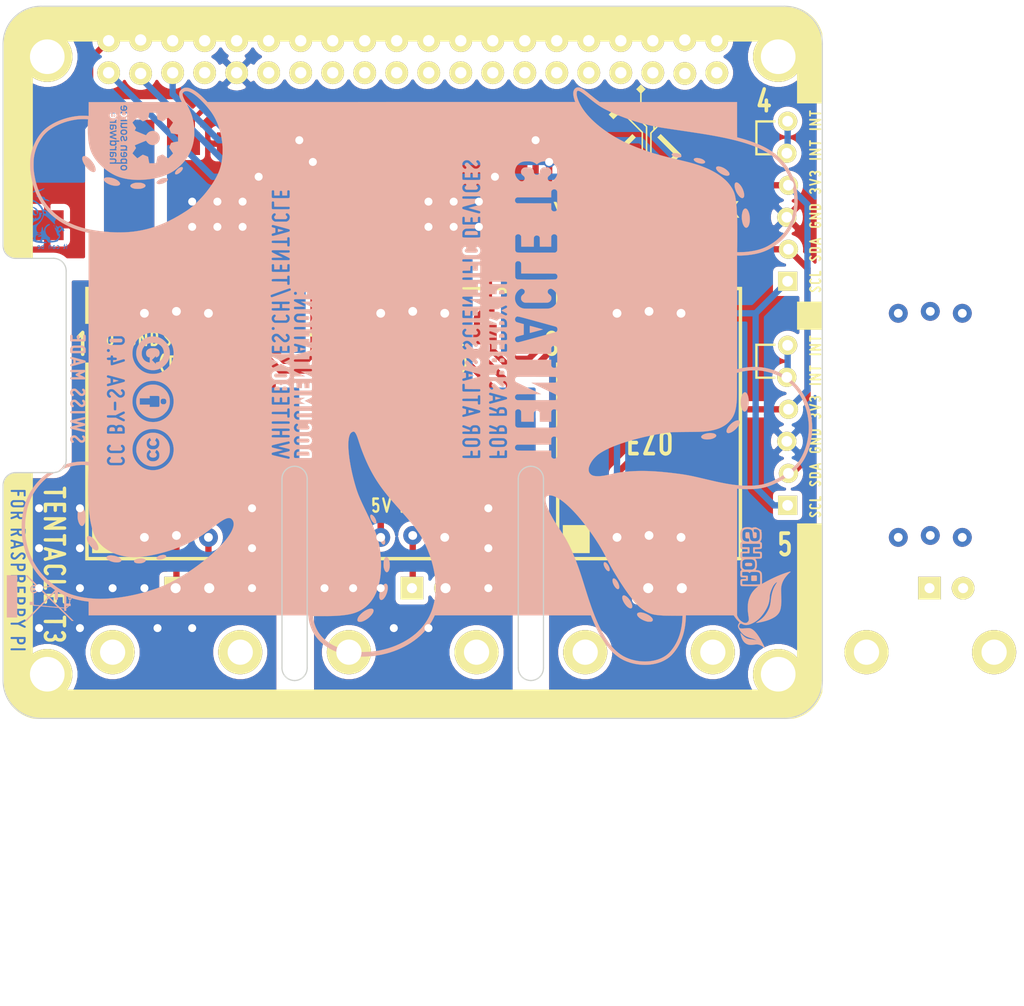
<source format=kicad_pcb>
(kicad_pcb (version 20171130) (host pcbnew "(6.0.0-rc1-dev-1161-g23a5d9194)")
  (title_block (title "Tentacle for Raspberry Pi") (date 2017-04-19) (rev 1.0) (company "Whitebox Labs") (comment 1 "Pedro Martin") (comment 2 "Dual isolation, I2C Bus Desi"))
  (layers (0 F.Cu signal) (31 B.Cu signal) (34 B.Paste user hide) (35 F.Paste user hide) (36 B.SilkS user hide) (37 F.SilkS user hide) (38 B.Mask user hide) (39 F.Mask user hide) (44 Edge.Cuts user))
  (net 0 "")
  (net 1 +3.3V)
  (net 2 GND)
  (net 3 GND_ISO2)
  (net 4 VCC)
  (net 5 V_ISO2)
  (net 6 "Net-(C202-Pad2)")
  (net 7 "Net-(C302-Pad2)")
  (net 8 "Net-(P101-Pad5)")
  (net 9 "Net-(P201-Pad1)")
  (net 10 "Net-(P201-Pad2)")
  (net 11 "Net-(P301-Pad1)")
  (net 12 "Net-(P301-Pad2)")
  (net 13 "Net-(P401-Pad1)")
  (net 14 "Net-(P401-Pad2)")
  (net 15 "Net-(R201-Pad2)")
  (net 16 "Net-(R202-Pad2)")
  (net 17 "Net-(R301-Pad2)")
  (net 18 "Net-(R302-Pad2)")
  (net 19 GND_ISO3)
  (net 20 V_ISO3)
  (net 21 /SDA)
  (net 22 /SCL)
  (net 23 "Net-(P102-Pad5)")
  (module temp_terminal:WL-ezo-19454_snk (layer F.Cu) (at 179.07 90.25)
    (fp_text reference STP401)
    (fp_text value ATLAS_STAMP)
    (pad 6 thru_hole circle (at 2.54 8.89) (size 1.5 1.5) (drill 0.7) (layers *.Cu *.Mask) (net 14 "Net-(P401-Pad2)"))
    (pad 5 thru_hole circle (at 0 8.7376) (size 1.5 1.5) (drill 0.7) (layers *.Cu *.Mask) (net 13 "Net-(P401-Pad1)"))
    (pad 4 thru_hole circle (at -2.54 8.89) (size 1.5 1.5) (drill 0.7) (layers *.Cu *.Mask) (net 1 +3.3V))
    (pad 3 thru_hole circle (at 2.54 -8.89) (size 1.5 1.5) (drill 0.7) (layers *.Cu *.Mask) (net 22 /SCL))
    (pad 2 thru_hole circle (at 0 -9.0424) (size 1.5 1.5) (drill 0.7) (layers *.Cu *.Mask) (net 21 /SDA))
    (pad 1 thru_hole circle (at -2.54 -8.89) (size 1.5 1.5) (drill 0.7) (layers *.Cu *.Mask) (net 2 GND))
  )
  (module temp_terminal:WL-EB08040502_snk (layer F.Cu) (at 179.07 108.25 180)
    (fp_text reference P401)
    (fp_text value BNC)
    (pad 2 thru_hole circle (at -2.6035 5.08 180) (size 1.8 1.8) (drill 0.8) (layers *.Cu *.Mask F.SilkS) (net 14 "Net-(P401-Pad2)"))
    (pad 1 thru_hole rect (at 0.0635 5.08 180) (size 1.8 1.8) (drill 0.8) (layers *.Cu *.Mask F.SilkS) (net 13 "Net-(P401-Pad1)"))
    (pad "" thru_hole circle (at 5.0635 0 180) (size 3.5 3.5) (drill 2) (layers *.Cu *.Mask F.SilkS))
    (pad "" thru_hole circle (at -5.0635 0 180) (size 3.5 3.5) (drill 2) (layers *.Cu *.Mask F.SilkS))
  )
  (module temp_terminal:WL-PINH_1X6_snk (layer F.Cu) (at 167.75 90.25 90)
    (fp_text reference P102 hide)
    (fp_text value CONN_01X06 hide)
    (pad 6 thru_hole circle (at 6.35 0 90) (size 1.524 1.524) (drill 0.85) (layers *.Cu *.Mask F.SilkS) (net 23 "Net-(P102-Pad5)"))
    (pad 5 thru_hole circle (at 3.81 -0.0635 90) (size 1.524 1.524) (drill 0.85) (layers *.Cu *.Mask F.SilkS) (net 23 "Net-(P102-Pad5)"))
    (pad 4 thru_hole circle (at 1.27 0.0635 90) (size 1.524 1.524) (drill 0.85) (layers *.Cu *.Mask F.SilkS) (net 1 +3.3V))
    (pad 3 thru_hole circle (at -1.27 -0.0635 90) (size 1.524 1.524) (drill 0.85) (layers *.Cu *.Mask F.SilkS) (net 2 GND))
    (pad 2 thru_hole circle (at -3.81 0.0635 90) (size 1.524 1.524) (drill 0.85) (layers *.Cu *.Mask F.SilkS) (net 21 /SDA))
    (pad 1 thru_hole rect (at -6.35 0 90) (size 1.524 1.524) (drill 0.85) (layers *.Cu *.Mask F.SilkS) (net 22 /SCL))
  )
  (module temp_terminal:WL-PINH_1X6_snk (layer F.Cu) (at 167.75 72.47 90)
    (fp_text reference P101 hide)
    (fp_text value CONN_01X06 hide)
    (pad 6 thru_hole circle (at 6.35 0 90) (size 1.524 1.524) (drill 0.85) (layers *.Cu *.Mask F.SilkS) (net 8 "Net-(P101-Pad5)"))
    (pad 5 thru_hole circle (at 3.81 -0.0635 90) (size 1.524 1.524) (drill 0.85) (layers *.Cu *.Mask F.SilkS) (net 8 "Net-(P101-Pad5)"))
    (pad 4 thru_hole circle (at 1.27 0.0635 90) (size 1.524 1.524) (drill 0.85) (layers *.Cu *.Mask F.SilkS) (net 1 +3.3V))
    (pad 3 thru_hole circle (at -1.27 -0.0635 90) (size 1.524 1.524) (drill 0.85) (layers *.Cu *.Mask F.SilkS) (net 2 GND))
    (pad 2 thru_hole circle (at -3.81 0.0635 90) (size 1.524 1.524) (drill 0.85) (layers *.Cu *.Mask F.SilkS) (net 21 /SDA))
    (pad 1 thru_hole rect (at -6.35 0 90) (size 1.524 1.524) (drill 0.85) (layers *.Cu *.Mask F.SilkS) (net 22 /SCL))
  )
  (module temp_terminal:WL-TOP-T3 (layer F.Cu) (at 138 85.25)
    (fp_text reference TOP hide)
    (fp_text value LOGO hide)
  )
  (module temp_terminal:WL-BOT-T3 (layer B.Cu) (at 138 85.25 90)
    (fp_text reference BOT hide)
    (fp_text value LOGO hide)
  )
  (module temp_terminal:WL-PI_Board_no_outline (layer F.Cu) (at 138 61)
    (fp_text reference PI_Board hide)
    (fp_text value VAL** hide)
    (pad "" thru_hole circle (at 29 0) (size 4 4) (drill 2.75) (layers *.Cu *.Mask F.SilkS))
    (pad "" thru_hole circle (at -29 0) (size 4 4) (drill 2.75) (layers *.Cu *.Mask F.SilkS))
    (pad "" thru_hole circle (at -29 49) (size 4 4) (drill 2.75) (layers *.Cu *.Mask F.SilkS))
    (pad "" thru_hole circle (at 29 49) (size 4 4) (drill 2.75) (layers *.Cu *.Mask F.SilkS))
  )
  (module temp_terminal:WL-CASE-X-2917 (layer F.Cu) (at 109 71.25 270)
    (fp_text reference C101)
    (fp_text value 470µF)
    (pad 1 smd rect (at -3.12 0 270) (size 2.37 2.6) (layers F.Cu F.Paste F.Mask) (net 4 VCC))
    (pad 2 smd rect (at 3.12 0 270) (size 2.37 2.6) (layers F.Cu F.Paste F.Mask) (net 2 GND))
  )
  (module temp_terminal:WL-SOT89 (layer F.Cu) (at 114.5 88.5)
    (fp_text reference REG201)
    (fp_text value LD2981ABU50TR)
    (pad 1 smd rect (at -1.5 1.475) (size 0.57 1.4) (layers F.Cu F.Paste F.Mask) (net 5 V_ISO2))
    (pad 2 smd rect (at 0 1.225) (size 0.65 1.9) (layers F.Cu F.Paste F.Mask) (net 3 GND_ISO2))
    (pad 3 smd rect (at 1.5 1.475) (size 0.57 1.4) (layers F.Cu F.Paste F.Mask) (net 6 "Net-(C202-Pad2)"))
    (pad 2 smd rect (at 0 -0.95) (size 2 2.45) (layers F.Cu F.Paste F.Mask) (net 3 GND_ISO2))
  )
  (module temp_terminal:WL-SOT89 (layer F.Cu) (at 133.25 88.5)
    (fp_text reference REG301)
    (fp_text value LD2981ABU50TR)
    (pad 1 smd rect (at -1.5 1.475) (size 0.57 1.4) (layers F.Cu F.Paste F.Mask) (net 20 V_ISO3))
    (pad 2 smd rect (at 0 1.225) (size 0.65 1.9) (layers F.Cu F.Paste F.Mask) (net 19 GND_ISO3))
    (pad 3 smd rect (at 1.5 1.475) (size 0.57 1.4) (layers F.Cu F.Paste F.Mask) (net 7 "Net-(C302-Pad2)"))
    (pad 2 smd rect (at 0 -0.95) (size 2 2.45) (layers F.Cu F.Paste F.Mask) (net 19 GND_ISO3))
  )
  (module temp_terminal:WL-SM0805C (layer F.Cu) (at 136.75 92.25 90)
    (fp_text reference C302)
    (fp_text value 1µF)
    (pad 1 smd rect (at -0.9525 0 90) (size 0.889 1.397) (layers F.Cu F.Paste F.Mask) (net 19 GND_ISO3))
    (pad 2 smd rect (at 0.9525 0 90) (size 0.889 1.397) (layers F.Cu F.Paste F.Mask) (net 7 "Net-(C302-Pad2)"))
  )
  (module temp_terminal:WL-SM0805C (layer F.Cu) (at 114.25 94.75 180)
    (fp_text reference C201)
    (fp_text value 1µF)
    (pad 1 smd rect (at -0.9525 0 180) (size 0.889 1.397) (layers F.Cu F.Paste F.Mask) (net 3 GND_ISO2))
    (pad 2 smd rect (at 0.9525 0 180) (size 0.889 1.397) (layers F.Cu F.Paste F.Mask) (net 5 V_ISO2))
  )
  (module temp_terminal:WL-SM0805C (layer F.Cu) (at 118 92.25 90)
    (fp_text reference C202)
    (fp_text value 1µF)
    (pad 1 smd rect (at -0.9525 0 90) (size 0.889 1.397) (layers F.Cu F.Paste F.Mask) (net 3 GND_ISO2))
    (pad 2 smd rect (at 0.9525 0 90) (size 0.889 1.397) (layers F.Cu F.Paste F.Mask) (net 6 "Net-(C202-Pad2)"))
  )
  (module temp_terminal:WL-SM0805C (layer F.Cu) (at 114.25 92.75 180)
    (fp_text reference C203)
    (fp_text value 2.2µF)
    (pad 1 smd rect (at -0.9525 0 180) (size 0.889 1.397) (layers F.Cu F.Paste F.Mask) (net 3 GND_ISO2))
    (pad 2 smd rect (at 0.9525 0 180) (size 0.889 1.397) (layers F.Cu F.Paste F.Mask) (net 5 V_ISO2))
  )
  (module temp_terminal:WL-SM0805C (layer F.Cu) (at 125.25 94 180)
    (fp_text reference C204)
    (fp_text value "0.1 µF")
    (pad 1 smd rect (at -0.9525 0 180) (size 0.889 1.397) (layers F.Cu F.Paste F.Mask) (net 3 GND_ISO2))
    (pad 2 smd rect (at 0.9525 0 180) (size 0.889 1.397) (layers F.Cu F.Paste F.Mask) (net 5 V_ISO2))
  )
  (module temp_terminal:WL-SM0805C (layer F.Cu) (at 126.25 80.75)
    (fp_text reference C205)
    (fp_text value "0.1 µF")
    (pad 1 smd rect (at -0.9525 0) (size 0.889 1.397) (layers F.Cu F.Paste F.Mask) (net 1 +3.3V))
    (pad 2 smd rect (at 0.9525 0) (size 0.889 1.397) (layers F.Cu F.Paste F.Mask) (net 2 GND))
  )
  (module temp_terminal:WL-SM0805C (layer F.Cu) (at 133 94.75 180)
    (fp_text reference C301)
    (fp_text value 1µF)
    (pad 1 smd rect (at -0.9525 0 180) (size 0.889 1.397) (layers F.Cu F.Paste F.Mask) (net 19 GND_ISO3))
    (pad 2 smd rect (at 0.9525 0 180) (size 0.889 1.397) (layers F.Cu F.Paste F.Mask) (net 20 V_ISO3))
  )
  (module temp_terminal:WL-SM0805C (layer F.Cu) (at 133 92.75 180)
    (fp_text reference C303)
    (fp_text value 2.2µF)
    (pad 1 smd rect (at -0.9525 0 180) (size 0.889 1.397) (layers F.Cu F.Paste F.Mask) (net 19 GND_ISO3))
    (pad 2 smd rect (at 0.9525 0 180) (size 0.889 1.397) (layers F.Cu F.Paste F.Mask) (net 20 V_ISO3))
  )
  (module temp_terminal:WL-SM0805C (layer F.Cu) (at 144 94 180)
    (fp_text reference C304)
    (fp_text value "0.1 µF")
    (pad 1 smd rect (at -0.9525 0 180) (size 0.889 1.397) (layers F.Cu F.Paste F.Mask) (net 19 GND_ISO3))
    (pad 2 smd rect (at 0.9525 0 180) (size 0.889 1.397) (layers F.Cu F.Paste F.Mask) (net 20 V_ISO3))
  )
  (module temp_terminal:WL-SM0805C (layer F.Cu) (at 145 80.75)
    (fp_text reference C305)
    (fp_text value "0.1 µF")
    (pad 1 smd rect (at -0.9525 0) (size 0.889 1.397) (layers F.Cu F.Paste F.Mask) (net 1 +3.3V))
    (pad 2 smd rect (at 0.9525 0) (size 0.889 1.397) (layers F.Cu F.Paste F.Mask) (net 2 GND))
  )
  (module temp_terminal:WL-SM0805R (layer F.Cu) (at 156.75 77.75 90)
    (fp_text reference R101)
    (fp_text value 4.7K)
    (pad 1 smd rect (at -0.9525 0 90) (size 0.889 1.397) (layers F.Cu F.Paste F.Mask) (net 21 /SDA))
    (pad 2 smd rect (at 0.9525 0 90) (size 0.889 1.397) (layers F.Cu F.Paste F.Mask) (net 1 +3.3V))
  )
  (module temp_terminal:WL-SM0805R (layer F.Cu) (at 159.25 77.75 90)
    (fp_text reference R102)
    (fp_text value 4.7K)
    (pad 1 smd rect (at -0.9525 0 90) (size 0.889 1.397) (layers F.Cu F.Paste F.Mask) (net 22 /SCL))
    (pad 2 smd rect (at 0.9525 0 90) (size 0.889 1.397) (layers F.Cu F.Paste F.Mask) (net 1 +3.3V))
  )
  (module temp_terminal:WL-SM0805R (layer F.Cu) (at 126.5 91.25 90)
    (fp_text reference R201)
    (fp_text value 4.7K)
    (pad 1 smd rect (at -0.9525 0 90) (size 0.889 1.397) (layers F.Cu F.Paste F.Mask) (net 5 V_ISO2))
    (pad 2 smd rect (at 0.9525 0 90) (size 0.889 1.397) (layers F.Cu F.Paste F.Mask) (net 15 "Net-(R201-Pad2)"))
  )
  (module temp_terminal:WL-SM0805R (layer F.Cu) (at 124 91.25 90)
    (fp_text reference R202)
    (fp_text value 4.7K)
    (pad 1 smd rect (at -0.9525 0 90) (size 0.889 1.397) (layers F.Cu F.Paste F.Mask) (net 5 V_ISO2))
    (pad 2 smd rect (at 0.9525 0 90) (size 0.889 1.397) (layers F.Cu F.Paste F.Mask) (net 16 "Net-(R202-Pad2)"))
  )
  (module temp_terminal:WL-SM0805R (layer F.Cu) (at 145.25 91.25 90)
    (fp_text reference R301)
    (fp_text value 4.7K)
    (pad 1 smd rect (at -0.9525 0 90) (size 0.889 1.397) (layers F.Cu F.Paste F.Mask) (net 20 V_ISO3))
    (pad 2 smd rect (at 0.9525 0 90) (size 0.889 1.397) (layers F.Cu F.Paste F.Mask) (net 17 "Net-(R301-Pad2)"))
  )
  (module temp_terminal:WL-SM0805R (layer F.Cu) (at 142.75 91.25 90)
    (fp_text reference R302)
    (fp_text value 4.7K)
    (pad 1 smd rect (at -0.9525 0 90) (size 0.889 1.397) (layers F.Cu F.Paste F.Mask) (net 20 V_ISO3))
    (pad 2 smd rect (at 0.9525 0 90) (size 0.889 1.397) (layers F.Cu F.Paste F.Mask) (net 18 "Net-(R302-Pad2)"))
  )
  (module temp_terminal:WL-SOIC8N (layer F.Cu) (at 126.25 85.75 90)
    (fp_text reference SIG_ISO201)
    (fp_text value SI8600)
    (pad 1 smd rect (at -2.7 -1.905 90) (size 1.55 0.6) (layers F.Cu F.Paste F.Mask) (net 5 V_ISO2))
    (pad 2 smd rect (at -2.7 -0.635 90) (size 1.55 0.6) (layers F.Cu F.Paste F.Mask) (net 16 "Net-(R202-Pad2)"))
    (pad 3 smd rect (at -2.7 0.635 90) (size 1.55 0.6) (layers F.Cu F.Paste F.Mask) (net 15 "Net-(R201-Pad2)"))
    (pad 4 smd rect (at -2.7 1.905 90) (size 1.55 0.6) (layers F.Cu F.Paste F.Mask) (net 3 GND_ISO2))
    (pad 5 smd rect (at 2.7 1.905 90) (size 1.55 0.6) (layers F.Cu F.Paste F.Mask) (net 2 GND))
    (pad 6 smd rect (at 2.7 0.635 90) (size 1.55 0.6) (layers F.Cu F.Paste F.Mask) (net 22 /SCL))
    (pad 7 smd rect (at 2.7 -0.635 90) (size 1.55 0.6) (layers F.Cu F.Paste F.Mask) (net 21 /SDA))
    (pad 8 smd rect (at 2.7 -1.905 90) (size 1.55 0.6) (layers F.Cu F.Paste F.Mask) (net 1 +3.3V))
  )
  (module temp_terminal:WL-SOIC8N (layer F.Cu) (at 145 85.75 90)
    (fp_text reference SIG_ISO301)
    (fp_text value SI8600)
    (pad 1 smd rect (at -2.7 -1.905 90) (size 1.55 0.6) (layers F.Cu F.Paste F.Mask) (net 20 V_ISO3))
    (pad 2 smd rect (at -2.7 -0.635 90) (size 1.55 0.6) (layers F.Cu F.Paste F.Mask) (net 18 "Net-(R302-Pad2)"))
    (pad 3 smd rect (at -2.7 0.635 90) (size 1.55 0.6) (layers F.Cu F.Paste F.Mask) (net 17 "Net-(R301-Pad2)"))
    (pad 4 smd rect (at -2.7 1.905 90) (size 1.55 0.6) (layers F.Cu F.Paste F.Mask) (net 19 GND_ISO3))
    (pad 5 smd rect (at 2.7 1.905 90) (size 1.55 0.6) (layers F.Cu F.Paste F.Mask) (net 2 GND))
    (pad 6 smd rect (at 2.7 0.635 90) (size 1.55 0.6) (layers F.Cu F.Paste F.Mask) (net 22 /SCL))
    (pad 7 smd rect (at 2.7 -0.635 90) (size 1.55 0.6) (layers F.Cu F.Paste F.Mask) (net 21 /SDA))
    (pad 8 smd rect (at 2.7 -1.905 90) (size 1.55 0.6) (layers F.Cu F.Paste F.Mask) (net 1 +3.3V))
  )
  (module temp_terminal:WL-spacedoggy (layer F.Cu) (at 108.155 73.7)
    (fp_text reference "" hide)
    (fp_text value "" hide)
    (fp_poly (pts (xy -1.71196 -0.50038) (xy -1.69672 -0.20066) (xy -1.62306 0.00762) (xy -1.62306 -0.30226) (xy -1.61544 -0.57404) (xy -1.52908 -0.8128) (xy -1.4605 -0.9017) (xy -1.26746 -1.04902) (xy -1.00584 -1.1557) (xy -0.7112 -1.21412) (xy -0.4191 -1.22174) (xy -0.17018 -1.16586) (xy -0.12192 -1.143) (xy 0.10414 -0.9779) (xy 0.29718 -0.7493) (xy 0.43688 -0.48768) (xy 0.50038 -0.23368) (xy 0.50038 -0.19558) (xy 0.45212 0.03556) (xy 0.32004 0.26924) (xy 0.127 0.47752) (xy 0.01524 0.5588) (xy -0.2921 0.69088) (xy -0.61214 0.71628) (xy -0.94234 0.63246) (xy -0.97536 0.61722) (xy -1.22428 0.45466) (xy -1.41986 0.23114) (xy -1.55448 -0.02794) (xy -1.62306 -0.30226) (xy -1.62306 0.00762) (xy -1.59004 0.10414) (xy -1.38938 0.40386) (xy -1.37668 0.41402) (xy -1.2192 0.5715) (xy -1.04902 0.68072) (xy -0.82804 0.75946) (xy -0.65786 0.8001) (xy -0.52578 0.8763) (xy -0.46736 1.03124) (xy -0.49022 1.25222) (xy -0.53086 1.38938) (xy -0.58928 1.6002) (xy -0.59436 1.77292) (xy -0.58928 1.79578) (xy -0.54356 1.90246) (xy -0.53086 1.90754) (xy -0.53086 1.67894) (xy -0.51562 1.59004) (xy -0.47244 1.49606) (xy -0.42672 1.39954) (xy -0.40894 1.38938) (xy -0.41402 1.40716) (xy -0.41402 1.50368) (xy -0.37592 1.60274) (xy -0.32512 1.67132) (xy -0.27432 1.67894) (xy -0.25908 1.65608) (xy -0.23622 1.62814) (xy -0.22606 1.67894) (xy -0.26416 1.75768) (xy -0.36576 1.77546) (xy -0.48768 1.72974) (xy -0.53086 1.67894) (xy -0.53086 1.90754) (xy -0.44958 1.94056) (xy -0.37084 1.94564) (xy -0.33274 1.94818) (xy -0.33274 1.86182) (xy -0.3048 1.83388) (xy -0.27686 1.86182) (xy -0.3048 1.88722) (xy -0.33274 1.86182) (xy -0.33274 1.94818) (xy -0.2286 1.95834) (xy -0.13716 1.9939) (xy -0.13462 1.9939) (xy -0.07874 2.0193) (xy -0.07874 1.76276) (xy -0.06604 1.59004) (xy -0.03302 1.50114) (xy 0.03556 1.46558) (xy 0.12446 1.45542) (xy 0.26162 1.4351) (xy 0.32512 1.41224) (xy 0.29718 1.39446) (xy 0.20828 1.38938) (xy 0.0889 1.37414) (xy 0.03556 1.3462) (xy 0.06604 1.31826) (xy 0.17526 1.30556) (xy 0.19304 1.30556) (xy 0.32766 1.33096) (xy 0.36576 1.39192) (xy 0.31496 1.45542) (xy 0.1905 1.50114) (xy 0.08636 1.53416) (xy 0.09398 1.57226) (xy 0.09906 1.57226) (xy 0.20574 1.59512) (xy 0.2794 1.58242) (xy 0.35814 1.5621) (xy 0.38354 1.58496) (xy 0.36068 1.6764) (xy 0.33274 1.76276) (xy 0.2794 1.87452) (xy 0.2032 1.90754) (xy 0.09398 1.8923) (xy -0.04318 1.83642) (xy -0.07874 1.76276) (xy -0.07874 2.0193) (xy -0.0508 2.02946) (xy 0.10668 2.05994) (xy 0.30226 2.0828) (xy 0.50038 2.09296) (xy 0.67056 2.09042) (xy 0.78232 2.07518) (xy 0.80264 2.06248) (xy 0.78486 2.01676) (xy 0.6604 1.99898) (xy 0.6477 1.99898) (xy 0.49022 1.9812) (xy 0.4191 1.93548) (xy 0.4445 1.87198) (xy 0.4953 1.83642) (xy 0.6604 1.78054) (xy 0.78232 1.82626) (xy 0.84582 1.92278) (xy 0.89408 2.00406) (xy 0.9525 2.0447) (xy 1.00076 2.04724) (xy 1.00076 1.9177) (xy 1.0287 1.88722) (xy 1.05664 1.9177) (xy 1.0287 1.94564) (xy 1.00076 1.9177) (xy 1.00076 2.04724) (xy 1.06172 2.04978) (xy 1.22428 2.03708) (xy 1.47066 2.00406) (xy 1.6256 1.96596) (xy 1.70434 1.91262) (xy 1.72212 1.84658) (xy 1.7653 1.74498) (xy 1.81356 1.69672) (xy 1.85928 1.61544) (xy 1.87452 1.50114) (xy 1.8542 1.38938) (xy 1.81102 1.31572) (xy 1.76022 1.31318) (xy 1.74752 1.3081) (xy 1.8034 1.24714) (xy 1.80594 1.2446) (xy 1.92278 1.13284) (xy 1.9939 1.0541) (xy 2.04978 1.00076) (xy 2.04724 1.03886) (xy 2.03962 1.06426) (xy 2.04216 1.13792) (xy 2.11582 1.15062) (xy 2.19456 1.1176) (xy 2.18948 1.03886) (xy 2.11074 0.88138) (xy 1.99644 0.77216) (xy 1.87706 0.72136) (xy 1.77546 0.7493) (xy 1.74752 0.78232) (xy 1.68402 0.79756) (xy 1.60782 0.74422) (xy 1.52654 0.6858) (xy 1.50622 0.70612) (xy 1.54432 0.81534) (xy 1.58496 0.90424) (xy 1.63576 1.016) (xy 1.6383 1.03632) (xy 1.59004 0.97282) (xy 1.57734 0.95758) (xy 1.48336 0.85344) (xy 1.43256 0.84328) (xy 1.44272 0.92456) (xy 1.48082 1.01346) (xy 1.55956 1.18872) (xy 1.6129 1.3589) (xy 1.6129 1.36144) (xy 1.65608 1.4732) (xy 1.71196 1.51384) (xy 1.7145 1.51384) (xy 1.73228 1.51892) (xy 1.73228 1.07188) (xy 1.73228 0.98552) (xy 1.78562 0.87884) (xy 1.84912 0.84328) (xy 1.92786 0.8636) (xy 1.94056 0.9398) (xy 1.88214 1.03886) (xy 1.8796 1.04394) (xy 1.78308 1.10744) (xy 1.73228 1.07188) (xy 1.73228 1.51892) (xy 1.77292 1.52908) (xy 1.7526 1.6129) (xy 1.66878 1.73482) (xy 1.5367 1.84404) (xy 1.3716 1.90754) (xy 1.20904 1.91262) (xy 1.0922 1.85928) (xy 1.0795 1.84404) (xy 1.03886 1.75514) (xy 1.07188 1.71196) (xy 1.0795 1.66624) (xy 0.9906 1.60782) (xy 0.87122 1.51384) (xy 0.76962 1.36906) (xy 0.75692 1.34112) (xy 0.69596 1.1049) (xy 0.7366 0.90424) (xy 0.87376 0.7493) (xy 0.93726 0.71374) (xy 1.04648 0.63754) (xy 1.05918 0.58674) (xy 0.98552 0.57912) (xy 0.87122 0.61722) (xy 0.76454 0.6985) (xy 0.66548 0.82296) (xy 0.59944 0.9525) (xy 0.58674 1.0541) (xy 0.59182 1.0668) (xy 0.57658 1.10744) (xy 0.5588 1.11252) (xy 0.51816 1.06172) (xy 0.50292 0.94488) (xy 0.50038 0.94234) (xy 0.48514 0.83058) (xy 0.44704 0.80518) (xy 0.4445 0.80518) (xy 0.4064 0.87884) (xy 0.39116 1.01346) (xy 0.39116 1.02616) (xy 0.35306 1.1811) (xy 0.26416 1.26238) (xy 0.1524 1.26746) (xy 0.0508 1.19888) (xy -0.0127 1.04902) (xy -0.01524 1.03886) (xy -0.0127 0.8382) (xy 0.0762 0.66548) (xy 0.22098 0.5207) (xy 0.33782 0.39116) (xy 0.44704 0.21336) (xy 0.47244 0.15748) (xy 0.53848 0.01016) (xy 0.5715 -0.06096) (xy 0.5715 -0.41148) (xy 0.62992 -0.42926) (xy 0.68326 -0.41402) (xy 0.74422 -0.34544) (xy 0.74168 -0.30226) (xy 0.68072 -0.2286) (xy 0.61722 -0.25908) (xy 0.58928 -0.31242) (xy 0.5715 -0.41148) (xy 0.5715 -0.06096) (xy 0.5842 -0.08636) (xy 0.59436 -0.10414) (xy 0.65024 -0.09652) (xy 0.76454 -0.02286) (xy 0.889 0.07874) (xy 0.889 -0.36068) (xy 0.91694 -0.38862) (xy 0.94488 -0.36068) (xy 0.91694 -0.33274) (xy 0.889 -0.36068) (xy 0.889 0.07874) (xy 0.91694 0.10414) (xy 1.08712 0.26416) (xy 1.16078 0.33782) (xy 1.32842 0.50292) (xy 1.43764 0.59182) (xy 1.48336 0.60198) (xy 1.4605 0.53086) (xy 1.45288 0.51308) (xy 1.43764 0.38608) (xy 1.47828 0.30734) (xy 1.53924 0.20828) (xy 1.55702 0.15748) (xy 1.51892 0.07366) (xy 1.4224 -0.04064) (xy 1.30302 -0.15494) (xy 1.19126 -0.23876) (xy 1.12014 -0.26416) (xy 1.04394 -0.2921) (xy 1.03124 -0.33274) (xy 0.9779 -0.40386) (xy 0.83566 -0.47244) (xy 0.76454 -0.49784) (xy 0.61214 -0.55372) (xy 0.51562 -0.61214) (xy 0.50038 -0.63754) (xy 0.4572 -0.74168) (xy 0.35052 -0.88138) (xy 0.20066 -1.03378) (xy 0.03302 -1.17094) (xy -0.12446 -1.27254) (xy -0.1524 -1.28524) (xy -0.30226 -1.35382) (xy -0.3683 -1.41224) (xy -0.37846 -1.4986) (xy -0.36322 -1.58496) (xy -0.34798 -1.71704) (xy -0.37592 -1.77292) (xy -0.41402 -1.778) (xy -0.46736 -1.75768) (xy -0.48006 -1.67386) (xy -0.46482 -1.55702) (xy -0.42926 -1.3335) (xy -0.67564 -1.3335) (xy -0.93472 -1.2954) (xy -1.2065 -1.19126) (xy -1.46558 -1.01092) (xy -1.63322 -0.77216) (xy -1.71196 -0.50038)) (layer B.Cu) (width 0.00254))
    (fp_poly (pts (xy 1.3335 0.68834) (xy 1.37414 0.73914) (xy 1.38938 0.7493) (xy 1.44272 0.76454) (xy 1.44526 0.75692) (xy 1.40716 0.70612) (xy 1.38938 0.69596) (xy 1.33858 0.68072) (xy 1.3335 0.68834)) (layer B.Cu) (width 0.00254))
    (fp_poly (pts (xy 1.05664 -0.3048) (xy 1.08458 -0.2794) (xy 1.11252 -0.3048) (xy 1.08458 -0.33274) (xy 1.05664 -0.3048)) (layer B.Cu) (width 0.00254))
    (fp_poly (pts (xy -0.03048 -1.62052) (xy 0.04318 -1.57988) (xy 0.18542 -1.55702) (xy 0.23876 -1.55448) (xy 0.37846 -1.54686) (xy 0.41402 -1.524) (xy 0.39116 -1.50114) (xy 0.34036 -1.4605) (xy 0.34544 -1.42748) (xy 0.42164 -1.39192) (xy 0.5842 -1.34112) (xy 0.67564 -1.31318) (xy 0.89154 -1.25222) (xy 1.01092 -1.22936) (xy 1.04394 -1.24206) (xy 1.0033 -1.28778) (xy 0.9779 -1.3081) (xy 0.8509 -1.37414) (xy 0.76708 -1.38938) (xy 0.68326 -1.42494) (xy 0.66548 -1.46558) (xy 0.6477 -1.52908) (xy 0.5715 -1.57734) (xy 0.42418 -1.6129) (xy 0.2159 -1.64592) (xy 0.04572 -1.66116) (xy -0.03048 -1.651) (xy -0.03048 -1.62052)) (layer B.Cu) (width 0.00254))
    (fp_poly (pts (xy -1.77546 -1.83388) (xy -1.7272 -1.79578) (xy -1.6129 -1.778) (xy -1.49606 -1.76276) (xy -1.4732 -1.7145) (xy -1.47828 -1.69418) (xy -1.47828 -1.64846) (xy -1.41732 -1.62052) (xy -1.27254 -1.6129) (xy -1.17602 -1.6129) (xy -0.9906 -1.62052) (xy -0.85598 -1.64084) (xy -0.80518 -1.66624) (xy -0.83058 -1.70434) (xy -0.94742 -1.72212) (xy -0.9906 -1.72212) (xy -1.16586 -1.74498) (xy -1.24206 -1.80594) (xy -1.30556 -1.85166) (xy -1.43002 -1.88214) (xy -1.57734 -1.8923) (xy -1.70434 -1.88214) (xy -1.77292 -1.84658) (xy -1.77546 -1.83388)) (layer B.Cu) (width 0.00254))
    (fp_poly (pts (xy -0.27686 -1.96596) (xy -0.25908 -1.92024) (xy -0.19558 -1.94056) (xy -0.14224 -1.97612) (xy -0.04572 -2.02946) (xy -0.00254 -2.01676) (xy 0.01016 -1.9812) (xy 0.04064 -1.94564) (xy 0.11938 -1.95834) (xy 0.26162 -2.0193) (xy 0.36068 -2.0701) (xy 0.51816 -2.15646) (xy 0.61468 -2.22504) (xy 0.63246 -2.2606) (xy 0.62992 -2.2606) (xy 0.53848 -2.25298) (xy 0.4064 -2.20218) (xy 0.39624 -2.1971) (xy 0.25654 -2.14884) (xy 0.14732 -2.14376) (xy 0.14224 -2.1463) (xy 0.02794 -2.14884) (xy -0.10922 -2.11074) (xy -0.22606 -2.04216) (xy -0.27686 -1.96596)) (layer B.Cu) (width 0.00254))
    (fp_poly (pts (xy -1.23444 -2.32664) (xy -1.21412 -2.26568) (xy -1.15316 -2.19456) (xy -1.03886 -2.10058) (xy -0.89916 -2.01676) (xy -0.75946 -1.95072) (xy -0.65532 -1.92024) (xy -0.6096 -1.93802) (xy -0.6096 -1.94056) (xy -0.65786 -1.99898) (xy -0.71374 -2.02692) (xy -0.8255 -2.08788) (xy -0.95758 -2.18694) (xy -0.96774 -2.1971) (xy -1.0922 -2.29108) (xy -1.18618 -2.33426) (xy -1.23444 -2.32664)) (layer B.Cu) (width 0.00254))
    (fp_poly (pts (xy -1.35382 -0.5842) (xy -1.33096 -0.4191) (xy -1.31572 -0.381) (xy -1.2446 -0.23622) (xy -1.15316 -0.13462) (xy -1.03378 -0.07112) (xy -1.03378 -0.12954) (xy -1.01092 -0.14986) (xy -0.92456 -0.15748) (xy -0.90424 -0.14478) (xy -0.91948 -0.11938) (xy -0.9779 -0.1143) (xy -1.03378 -0.12954) (xy -1.03378 -0.07112) (xy -1.016 -0.06096) (xy -0.80264 0.0127) (xy -0.76454 0.02286) (xy -0.57404 0.08128) (xy -0.47752 0.12954) (xy -0.45212 0.18542) (xy -0.48768 0.26162) (xy -0.49784 0.27432) (xy -0.51562 0.39624) (xy -0.49276 0.45466) (xy -0.47244 0.53086) (xy -0.53594 0.55626) (xy -0.56642 0.55626) (xy -0.7112 0.52832) (xy -0.84582 0.47498) (xy -0.9525 0.42672) (xy -0.99568 0.43942) (xy -1.00076 0.4699) (xy -0.94996 0.54102) (xy -0.8255 0.60198) (xy -0.6604 0.6477) (xy -0.4953 0.66802) (xy -0.36068 0.65532) (xy -0.31242 0.62992) (xy -0.28194 0.5461) (xy -0.27686 0.49276) (xy -0.23114 0.40894) (xy -0.08636 0.3429) (xy -0.05842 0.33274) (xy 0.12446 0.254) (xy 0.27178 0.12954) (xy 0.36068 -0.01016) (xy 0.37084 -0.12446) (xy 0.37084 -0.20574) (xy 0.39624 -0.22098) (xy 0.4445 -0.26416) (xy 0.4445 -0.28448) (xy 0.40386 -0.32258) (xy 0.3683 -0.3175) (xy 0.26416 -0.32258) (xy 0.23114 -0.34544) (xy 0.19558 -0.35814) (xy 0.19304 -0.27432) (xy 0.20066 -0.2159) (xy 0.20574 -0.06096) (xy 0.14478 0.04826) (xy 0.10922 0.08382) (xy 0.0127 0.1524) (xy -0.03556 0.13208) (xy -0.04064 0.12446) (xy -0.09144 0.05842) (xy -0.13462 0.07874) (xy -0.13208 0.1524) (xy -0.11938 0.21082) (xy -0.1524 0.1778) (xy -0.2794 0.06858) (xy -0.46228 -0.01778) (xy -0.65278 -0.05588) (xy -0.67056 -0.05588) (xy -0.7874 -0.07366) (xy -0.83312 -0.11176) (xy -0.78994 -0.1651) (xy -0.77724 -0.16764) (xy -0.7239 -0.21082) (xy -0.72136 -0.22606) (xy -0.76454 -0.25908) (xy -0.82804 -0.25146) (xy -1.01092 -0.23876) (xy -1.17602 -0.30988) (xy -1.27 -0.42418) (xy -1.32334 -0.55626) (xy -1.3208 -0.59944) (xy -1.2573 -0.56388) (xy -1.25222 -0.5588) (xy -1.17094 -0.52578) (xy -1.14046 -0.54864) (xy -1.07442 -0.59436) (xy -0.93472 -0.65786) (xy -0.8255 -0.69596) (xy -0.53086 -0.75692) (xy -0.29464 -0.7239) (xy -0.11684 -0.5969) (xy -0.0381 -0.47244) (xy 0.03556 -0.29972) (xy 0.0508 -0.20574) (xy 0.00762 -0.16764) (xy -0.02032 -0.16764) (xy -0.13208 -0.2159) (xy -0.2159 -0.34544) (xy -0.23622 -0.43434) (xy -0.26924 -0.56134) (xy -0.30226 -0.5842) (xy -0.32766 -0.50292) (xy -0.33274 -0.39878) (xy -0.31242 -0.22098) (xy -0.24892 -0.12954) (xy -0.23622 -0.11938) (xy -0.08636 -0.09398) (xy 0.04572 -0.16256) (xy 0.12446 -0.29972) (xy 0.12954 -0.31496) (xy 0.11176 -0.48768) (xy 0.00762 -0.63754) (xy -0.16764 -0.74676) (xy -0.38608 -0.81026) (xy -0.63246 -0.8128) (xy -0.75438 -0.7874) (xy -0.93726 -0.74676) (xy -1.0922 -0.7239) (xy -1.13284 -0.72136) (xy -1.28778 -0.6858) (xy -1.35382 -0.5842)) (layer B.Cu) (width 0.00254))
    (fp_poly (pts (xy -1.09728 0.4191) (xy -1.0922 0.42418) (xy -1.05918 0.4191) (xy -1.0541 0.38862) (xy -1.07442 0.3429) (xy -1.0922 0.35052) (xy -1.09728 0.4191)) (layer B.Cu) (width 0.00254))
    (fp_poly (pts (xy -1.3335 0.18796) (xy -1.29286 0.23876) (xy -1.27762 0.24892) (xy -1.22428 0.26416) (xy -1.22174 0.25654) (xy -1.25984 0.20574) (xy -1.27762 0.19558) (xy -1.32842 0.18034) (xy -1.3335 0.18796)) (layer B.Cu) (width 0.00254))
    (fp_poly (pts (xy 0 0.08382) (xy 0.02794 0.11176) (xy 0.05588 0.08382) (xy 0.02794 0.05588) (xy 0 0.08382)) (layer B.Cu) (width 0.00254))
    (fp_poly (pts (xy -0.65278 -0.58166) (xy -0.6477 -0.57404) (xy -0.61468 -0.58166) (xy -0.6096 -0.61214) (xy -0.62992 -0.65786) (xy -0.6477 -0.6477) (xy -0.65278 -0.58166)) (layer B.Cu) (width 0.00254))
  )
  (module temp_terminal:WL-fiducial_1mm (layer F.Cu) (at 111.5 58.75)
    (fp_text reference fiducial hide)
    (fp_text value VAL** hide)
    (pad 1 smd circle (at 0 0) (size 1 1) (layers F.Cu F.Mask) (clearance 0.5))
  )
  (module temp_terminal:WL-fiducial_1mm (layer F.Cu) (at 166.942 105.2065)
    (fp_text reference fiducial hide)
    (fp_text value VAL** hide)
    (pad 1 smd circle (at 0 0) (size 1 1) (layers F.Cu F.Mask) (clearance 0.5))
  )
  (module temp_terminal:WL-R1SE-0505 (layer F.Cu) (at 138 73 180)
    (fp_text reference DCDC301)
    (fp_text value R1SE_0505)
    (pad 1 smd rect (at -3.81 5.1 180) (size 1.2 1.8) (layers F.Cu F.Paste F.Mask) (net 2 GND))
    (pad 2 smd rect (at -1.27 5.1 180) (size 1.2 1.8) (layers F.Cu F.Paste F.Mask) (net 4 VCC))
    (pad 4 smd rect (at 3.81 5.1 180) (size 1.2 1.8) (layers F.Cu F.Paste F.Mask) (net 19 GND_ISO3))
    (pad 5 smd rect (at 3.81 -5.1 180) (size 1.2 1.8) (layers F.Cu F.Paste F.Mask) (net 7 "Net-(C302-Pad2)"))
    (pad 8 smd rect (at -3.81 -5.1 180) (size 1.2 1.8) (layers F.Cu F.Paste F.Mask))
  )
  (module temp_terminal:WL-R1SE-0505 (layer F.Cu) (at 119.25 73 180)
    (fp_text reference DCDC201)
    (fp_text value R1SE_0505)
    (pad 1 smd rect (at -3.81 5.1 180) (size 1.2 1.8) (layers F.Cu F.Paste F.Mask) (net 2 GND))
    (pad 2 smd rect (at -1.27 5.1 180) (size 1.2 1.8) (layers F.Cu F.Paste F.Mask) (net 4 VCC))
    (pad 4 smd rect (at 3.81 5.1 180) (size 1.2 1.8) (layers F.Cu F.Paste F.Mask) (net 3 GND_ISO2))
    (pad 5 smd rect (at 3.81 -5.1 180) (size 1.2 1.8) (layers F.Cu F.Paste F.Mask) (net 6 "Net-(C202-Pad2)"))
    (pad 8 smd rect (at -3.81 -5.1 180) (size 1.2 1.8) (layers F.Cu F.Paste F.Mask))
  )
  (module temp_terminal:WL-40pin_snk (layer F.Cu) (at 138 61)
    (fp_text reference PI_BOARD101)
    (fp_text value RASPBERRY_PI_2)
    (pad 1 thru_hole circle (at -24.13 1.27 90) (size 1.8 1.8) (drill 0.9) (layers *.Cu *.Mask F.SilkS) (net 1 +3.3V))
    (pad 2 thru_hole circle (at -24.13 -1.27 90) (size 1.8 1.8) (drill 0.9) (layers *.Cu *.Mask F.SilkS) (net 4 VCC))
    (pad 3 thru_hole circle (at -21.59 1.3335 90) (size 1.8 1.8) (drill 0.9) (layers *.Cu *.Mask F.SilkS) (net 21 /SDA))
    (pad 4 thru_hole circle (at -21.59 -1.3335 90) (size 1.8 1.8) (drill 0.9) (layers *.Cu *.Mask F.SilkS))
    (pad 5 thru_hole circle (at -19.05 1.27 90) (size 1.8 1.8) (drill 0.9) (layers *.Cu *.Mask F.SilkS) (net 22 /SCL))
    (pad 6 thru_hole circle (at -19.05 -1.27 90) (size 1.8 1.8) (drill 0.9) (layers *.Cu *.Mask F.SilkS))
    (pad 7 thru_hole circle (at -16.51 1.27 90) (size 1.8 1.8) (drill 0.9) (layers *.Cu *.Mask F.SilkS))
    (pad 8 thru_hole circle (at -16.51 -1.27 90) (size 1.8 1.8) (drill 0.9) (layers *.Cu *.Mask F.SilkS))
    (pad 9 thru_hole circle (at -13.97 1.27 90) (size 1.8 1.8) (drill 0.9) (layers *.Cu *.Mask F.SilkS) (net 2 GND))
    (pad 10 thru_hole circle (at -13.97 -1.27 90) (size 1.8 1.8) (drill 0.9) (layers *.Cu *.Mask F.SilkS))
    (pad 11 thru_hole circle (at -11.43 1.27 90) (size 1.8 1.8) (drill 0.9) (layers *.Cu *.Mask F.SilkS))
    (pad 12 thru_hole circle (at -11.43 -1.27 90) (size 1.8 1.8) (drill 0.9) (layers *.Cu *.Mask F.SilkS))
    (pad 13 thru_hole circle (at -8.89 1.27 90) (size 1.8 1.8) (drill 0.9) (layers *.Cu *.Mask F.SilkS))
    (pad 14 thru_hole circle (at -8.89 -1.27 90) (size 1.8 1.8) (drill 0.9) (layers *.Cu *.Mask F.SilkS))
    (pad 15 thru_hole circle (at -6.35 1.27 90) (size 1.8 1.8) (drill 0.9) (layers *.Cu *.Mask F.SilkS))
    (pad 16 thru_hole circle (at -6.35 -1.27 90) (size 1.8 1.8) (drill 0.9) (layers *.Cu *.Mask F.SilkS))
    (pad 17 thru_hole circle (at -3.81 1.27 90) (size 1.8 1.8) (drill 0.9) (layers *.Cu *.Mask F.SilkS))
    (pad 18 thru_hole circle (at -3.81 -1.27 90) (size 1.8 1.8) (drill 0.9) (layers *.Cu *.Mask F.SilkS))
    (pad 19 thru_hole circle (at -1.27 1.27 90) (size 1.8 1.8) (drill 0.9) (layers *.Cu *.Mask F.SilkS))
    (pad 20 thru_hole circle (at -1.27 -1.27 90) (size 1.8 1.8) (drill 0.9) (layers *.Cu *.Mask F.SilkS))
    (pad 21 thru_hole circle (at 1.27 1.27 90) (size 1.8 1.8) (drill 0.9) (layers *.Cu *.Mask F.SilkS))
    (pad 22 thru_hole circle (at 1.27 -1.27 90) (size 1.8 1.8) (drill 0.9) (layers *.Cu *.Mask F.SilkS))
    (pad 23 thru_hole circle (at 3.81 1.27 90) (size 1.8 1.8) (drill 0.9) (layers *.Cu *.Mask F.SilkS))
    (pad 24 thru_hole circle (at 3.81 -1.27 90) (size 1.8 1.8) (drill 0.9) (layers *.Cu *.Mask F.SilkS))
    (pad 25 thru_hole circle (at 6.35 1.27 90) (size 1.8 1.8) (drill 0.9) (layers *.Cu *.Mask F.SilkS))
    (pad 26 thru_hole circle (at 6.35 -1.27 90) (size 1.8 1.8) (drill 0.9) (layers *.Cu *.Mask F.SilkS))
    (pad 27 thru_hole circle (at 8.89 1.27 90) (size 1.8 1.8) (drill 0.9) (layers *.Cu *.Mask F.SilkS))
    (pad 28 thru_hole circle (at 8.89 -1.27 90) (size 1.8 1.8) (drill 0.9) (layers *.Cu *.Mask F.SilkS))
    (pad 29 thru_hole circle (at 11.43 1.27 90) (size 1.8 1.8) (drill 0.9) (layers *.Cu *.Mask F.SilkS))
    (pad 30 thru_hole circle (at 11.43 -1.27 90) (size 1.8 1.8) (drill 0.9) (layers *.Cu *.Mask F.SilkS))
    (pad 31 thru_hole circle (at 13.97 1.27 90) (size 1.8 1.8) (drill 0.9) (layers *.Cu *.Mask F.SilkS))
    (pad 32 thru_hole circle (at 13.97 -1.27 90) (size 1.8 1.8) (drill 0.9) (layers *.Cu *.Mask F.SilkS))
    (pad 33 thru_hole circle (at 16.51 1.27 90) (size 1.8 1.8) (drill 0.9) (layers *.Cu *.Mask F.SilkS))
    (pad 34 thru_hole circle (at 16.51 -1.27 90) (size 1.8 1.8) (drill 0.9) (layers *.Cu *.Mask F.SilkS))
    (pad 35 thru_hole circle (at 19.05 1.27 90) (size 1.8 1.8) (drill 0.9) (layers *.Cu *.Mask F.SilkS))
    (pad 36 thru_hole circle (at 19.05 -1.27 90) (size 1.8 1.8) (drill 0.9) (layers *.Cu *.Mask F.SilkS))
    (pad 37 thru_hole circle (at 21.59 1.3335 90) (size 1.8 1.8) (drill 0.9) (layers *.Cu *.Mask F.SilkS))
    (pad 38 thru_hole circle (at 21.59 -1.3335 90) (size 1.8 1.8) (drill 0.9) (layers *.Cu *.Mask F.SilkS))
    (pad 39 thru_hole circle (at 24.13 1.27 90) (size 1.8 1.8) (drill 0.9) (layers *.Cu *.Mask F.SilkS))
    (pad 40 thru_hole circle (at 24.13 -1.27 90) (size 1.8 1.8) (drill 0.9) (layers *.Cu *.Mask F.SilkS))
  )
  (module temp_terminal:WL-EB08040502_snk (layer F.Cu) (at 119.25 108.25 180)
    (fp_text reference P201)
    (fp_text value BNC)
    (pad "" thru_hole circle (at -5.0635 0 180) (size 3.5 3.5) (drill 2) (layers *.Cu *.Mask F.SilkS))
    (pad "" thru_hole circle (at 5.0635 0 180) (size 3.5 3.5) (drill 2) (layers *.Cu *.Mask F.SilkS))
    (pad 1 thru_hole rect (at 0.0635 5.08 180) (size 1.8 1.8) (drill 0.8) (layers *.Cu *.Mask F.SilkS) (net 9 "Net-(P201-Pad1)"))
    (pad 2 thru_hole circle (at -2.6035 5.08 180) (size 1.8 1.8) (drill 0.8) (layers *.Cu *.Mask F.SilkS) (net 10 "Net-(P201-Pad2)"))
  )
  (module temp_terminal:WL-EB08040502_snk (layer F.Cu) (at 156.75 108.25 180)
    (fp_text reference P401)
    (fp_text value BNC)
    (pad "" thru_hole circle (at -5.0635 0 180) (size 3.5 3.5) (drill 2) (layers *.Cu *.Mask F.SilkS))
    (pad "" thru_hole circle (at 5.0635 0 180) (size 3.5 3.5) (drill 2) (layers *.Cu *.Mask F.SilkS))
    (pad 1 thru_hole rect (at 0.0635 5.08 180) (size 1.8 1.8) (drill 0.8) (layers *.Cu *.Mask F.SilkS) (net 13 "Net-(P401-Pad1)"))
    (pad 2 thru_hole circle (at -2.6035 5.08 180) (size 1.8 1.8) (drill 0.8) (layers *.Cu *.Mask F.SilkS) (net 14 "Net-(P401-Pad2)"))
  )
  (module temp_terminal:WL-EB08040502_snk (layer F.Cu) (at 138 108.25 180)
    (fp_text reference P301)
    (fp_text value BNC)
    (pad "" thru_hole circle (at -5.0635 0 180) (size 3.5 3.5) (drill 2) (layers *.Cu *.Mask F.SilkS))
    (pad "" thru_hole circle (at 5.0635 0 180) (size 3.5 3.5) (drill 2) (layers *.Cu *.Mask F.SilkS))
    (pad 1 thru_hole rect (at 0.0635 5.08 180) (size 1.8 1.8) (drill 0.8) (layers *.Cu *.Mask F.SilkS) (net 11 "Net-(P301-Pad1)"))
    (pad 2 thru_hole circle (at -2.6035 5.08 180) (size 1.8 1.8) (drill 0.8) (layers *.Cu *.Mask F.SilkS) (net 12 "Net-(P301-Pad2)"))
  )
  (module temp_terminal:WL-ezo-19454_snk (layer F.Cu) (at 156.75 90.25)
    (fp_text reference STP401)
    (fp_text value ATLAS_STAMP)
    (pad 1 thru_hole circle (at -2.54 -8.89) (size 1.5 1.5) (drill 0.7) (layers *.Cu *.Mask) (net 2 GND))
    (pad 2 thru_hole circle (at 0 -9.0424) (size 1.5 1.5) (drill 0.7) (layers *.Cu *.Mask) (net 21 /SDA))
    (pad 3 thru_hole circle (at 2.54 -8.89) (size 1.5 1.5) (drill 0.7) (layers *.Cu *.Mask) (net 22 /SCL))
    (pad 4 thru_hole circle (at -2.54 8.89) (size 1.5 1.5) (drill 0.7) (layers *.Cu *.Mask) (net 1 +3.3V))
    (pad 5 thru_hole circle (at 0 8.7376) (size 1.5 1.5) (drill 0.7) (layers *.Cu *.Mask) (net 13 "Net-(P401-Pad1)"))
    (pad 6 thru_hole circle (at 2.54 8.89) (size 1.5 1.5) (drill 0.7) (layers *.Cu *.Mask) (net 14 "Net-(P401-Pad2)"))
  )
  (module temp_terminal:WL-ezo-19454_snk (layer F.Cu) (at 138 90.25)
    (fp_text reference STP301)
    (fp_text value ATLAS_STAMP)
    (pad 1 thru_hole circle (at -2.54 -8.89) (size 1.5 1.5) (drill 0.7) (layers *.Cu *.Mask) (net 19 GND_ISO3))
    (pad 2 thru_hole circle (at 0 -9.0424) (size 1.5 1.5) (drill 0.7) (layers *.Cu *.Mask) (net 18 "Net-(R302-Pad2)"))
    (pad 3 thru_hole circle (at 2.54 -8.89) (size 1.5 1.5) (drill 0.7) (layers *.Cu *.Mask) (net 17 "Net-(R301-Pad2)"))
    (pad 4 thru_hole circle (at -2.54 8.89) (size 1.5 1.5) (drill 0.7) (layers *.Cu *.Mask) (net 20 V_ISO3))
    (pad 5 thru_hole circle (at 0 8.7376) (size 1.5 1.5) (drill 0.7) (layers *.Cu *.Mask) (net 11 "Net-(P301-Pad1)"))
    (pad 6 thru_hole circle (at 2.54 8.89) (size 1.5 1.5) (drill 0.7) (layers *.Cu *.Mask) (net 12 "Net-(P301-Pad2)"))
  )
  (module temp_terminal:WL-ezo-19454_snk (layer F.Cu) (at 119.25 90.25)
    (fp_text reference STP201)
    (fp_text value ATLAS_STAMP)
    (pad 1 thru_hole circle (at -2.54 -8.89) (size 1.5 1.5) (drill 0.7) (layers *.Cu *.Mask) (net 3 GND_ISO2))
    (pad 2 thru_hole circle (at 0 -9.0424) (size 1.5 1.5) (drill 0.7) (layers *.Cu *.Mask) (net 16 "Net-(R202-Pad2)"))
    (pad 3 thru_hole circle (at 2.54 -8.89) (size 1.5 1.5) (drill 0.7) (layers *.Cu *.Mask) (net 15 "Net-(R201-Pad2)"))
    (pad 4 thru_hole circle (at -2.54 8.89) (size 1.5 1.5) (drill 0.7) (layers *.Cu *.Mask) (net 5 V_ISO2))
    (pad 5 thru_hole circle (at 0 8.7376) (size 1.5 1.5) (drill 0.7) (layers *.Cu *.Mask) (net 9 "Net-(P201-Pad1)"))
    (pad 6 thru_hole circle (at 2.54 8.89) (size 1.5 1.5) (drill 0.7) (layers *.Cu *.Mask) (net 10 "Net-(P201-Pad2)"))
  )
  (gr_arc (start 128.625 94.5) (end 127.625 94.5) (angle 90) (layer Edge.Cuts) (width 0.1))
  (gr_arc (start 128.625 94.5) (end 128.625 93.5) (angle 90) (layer Edge.Cuts) (width 0.1))
  (gr_arc (start 128.625 109.5) (end 129.625 109.5) (angle 90) (layer Edge.Cuts) (width 0.1))
  (gr_arc (start 128.625 109.5) (end 128.625 110.5) (angle 90) (layer Edge.Cuts) (width 0.1))
  (gr_line (start 129.625 109.5) (end 129.625 94.5) (angle 90) (layer Edge.Cuts) (width 0.1))
  (gr_line (start 127.625 109.5) (end 127.625 94.5) (angle 90) (layer Edge.Cuts) (width 0.1))
  (gr_text "It can be done!!!" (at 108.395 76.06) (layer B.Cu) (effects (font (size 0.35 0.35) (thickness 0.05)) (justify mirror)))
  (gr_line (start 146.375 109.5) (end 146.375 94.5) (angle 90) (layer Edge.Cuts) (width 0.1))
  (gr_line (start 148.375 109.5) (end 148.375 94.5) (angle 90) (layer Edge.Cuts) (width 0.1))
  (gr_arc (start 147.375 109.5) (end 147.375 110.5) (angle 90) (layer Edge.Cuts) (width 0.1))
  (gr_arc (start 147.375 109.5) (end 148.375 109.5) (angle 90) (layer Edge.Cuts) (width 0.1))
  (gr_arc (start 147.375 94.5) (end 147.375 93.5) (angle 90) (layer Edge.Cuts) (width 0.1))
  (gr_arc (start 147.375 94.5) (end 146.375 94.5) (angle 90) (layer Edge.Cuts) (width 0.1))
  (gr_line (start 105.5 76) (end 105.5 60) (angle 90) (layer Edge.Cuts) (width 0.1))
  (gr_line (start 109.5 77) (end 106.5 77) (angle 90) (layer Edge.Cuts) (width 0.1))
  (gr_line (start 110.5 93) (end 110.5 78) (angle 90) (layer Edge.Cuts) (width 0.1))
  (gr_line (start 106.5 94) (end 109.5 94) (angle 90) (layer Edge.Cuts) (width 0.1))
  (gr_line (start 105.5 110.5) (end 105.5 95) (angle 90) (layer Edge.Cuts) (width 0.1))
  (gr_line (start 167.5 113.5) (end 108.5 113.5) (angle 90) (layer Edge.Cuts) (width 0.1))
  (gr_line (start 170.5 60) (end 170.5 110.5) (angle 90) (layer Edge.Cuts) (width 0.1))
  (gr_line (start 108.5 57) (end 167.5 57) (angle 90) (layer Edge.Cuts) (width 0.1))
  (gr_arc (start 108.5 60) (end 105.5 60) (angle 90) (layer Edge.Cuts) (width 0.1))
  (gr_arc (start 167.5 60) (end 167.5 57) (angle 90) (layer Edge.Cuts) (width 0.1))
  (gr_arc (start 167.5 110.5) (end 170.5 110.5) (angle 90) (layer Edge.Cuts) (width 0.1))
  (gr_arc (start 108.5 110.5) (end 108.5 113.5) (angle 90) (layer Edge.Cuts) (width 0.1))
  (gr_arc (start 106.5 95) (end 105.5 95) (angle 90) (layer Edge.Cuts) (width 0.1))
  (gr_arc (start 109.5 93) (end 110.5 93) (angle 90) (layer Edge.Cuts) (width 0.1))
  (gr_arc (start 109.5 78) (end 109.5 77) (angle 90) (layer Edge.Cuts) (width 0.1))
  (gr_arc (start 106.5 76) (end 106.5 77) (angle 90) (layer Edge.Cuts) (width 0.1))
  (segment (start 154.21 99.14) (end 154.21 94.065) (width 0.5) (layer F.Cu) (net 1))
  (segment (start 159.295 88.98) (end 167.8135 88.98) (width 0.5) (layer F.Cu) (net 1))
  (segment (start 154.21 94.065) (end 159.295 88.98) (width 0.5) (layer F.Cu) (net 1))
  (segment (start 167.8135 71.2) (end 167.8135 71.2135) (width 0.5) (layer B.Cu) (net 1))
  (segment (start 167.8135 71.2135) (end 169.325 72.725) (width 0.5) (layer B.Cu) (net 1))
  (segment (start 169.325 72.725) (end 169.325 87.4685) (width 0.5) (layer B.Cu) (net 1))
  (segment (start 169.325 87.4685) (end 167.8135 88.98) (width 0.5) (layer B.Cu) (net 1))
  (segment (start 159.25 76.7975) (end 160.7775 76.7975) (width 0.5) (layer F.Cu) (net 1))
  (segment (start 166.375 71.2) (end 167.8135 71.2) (width 0.5) (layer F.Cu) (net 1))
  (segment (start 160.7775 76.7975) (end 166.375 71.2) (width 0.5) (layer F.Cu) (net 1))
  (segment (start 154.21 99.14) (end 154.21 84.135) (width 0.5) (layer B.Cu) (net 1))
  (segment (start 152.05 81.975) (end 152.05 72.95) (width 0.5) (layer B.Cu) (net 1))
  (segment (start 154.21 84.135) (end 152.05 81.975) (width 0.5) (layer B.Cu) (net 1))
  (segment (start 152.05 72.95) (end 149.625 70.525) (width 0.5) (layer B.Cu) (net 1))
  (segment (start 149.625 70.525) (end 144.525 70.525) (width 0.5) (layer B.Cu) (net 1))
  (segment (start 156.75 76.7975) (end 159.25 76.7975) (width 0.5) (layer F.Cu) (net 1))
  (segment (start 143.095 81.7025) (end 144.0475 80.75) (width 0.5) (layer F.Cu) (net 1))
  (segment (start 143.095 83.05) (end 143.095 81.7025) (width 0.5) (layer F.Cu) (net 1))
  (segment (start 144.0475 78.6525) (end 144.525 78.175) (width 0.5) (layer F.Cu) (net 1))
  (segment (start 144.525 78.175) (end 144.525 70.525) (width 0.5) (layer F.Cu) (net 1))
  (via (at 144.525 70.525) (size 0.889) (drill 0.635) (layers F.Cu B.Cu) (net 1))
  (segment (start 144.0475 80.75) (end 144.0475 78.6525) (width 0.5) (layer F.Cu) (net 1))
  (segment (start 125.2975 80.75) (end 125.2975 78.6525) (width 0.5) (layer F.Cu) (net 1))
  (via (at 125.775 70.525) (size 0.889) (drill 0.635) (layers F.Cu B.Cu) (net 1))
  (segment (start 125.775 78.175) (end 125.775 70.525) (width 0.5) (layer F.Cu) (net 1))
  (segment (start 125.2975 78.6525) (end 125.775 78.175) (width 0.5) (layer F.Cu) (net 1))
  (segment (start 124.345 83.05) (end 124.345 81.7025) (width 0.5) (layer F.Cu) (net 1))
  (segment (start 124.345 81.7025) (end 125.2975 80.75) (width 0.5) (layer F.Cu) (net 1))
  (segment (start 144.525 70.525) (end 125.775 70.525) (width 0.5) (layer B.Cu) (net 1))
  (segment (start 125.775 70.525) (end 122.125 70.525) (width 0.5) (layer B.Cu) (net 1))
  (segment (start 122.125 70.525) (end 113.87 62.27) (width 0.5) (layer B.Cu) (net 1))
  (segment (start 139.25 74.5) (end 141.25 74.5) (width 0.254) (layer F.Cu) (net 2))
  (segment (start 120.5 74.5) (end 122.5 74.5) (width 0.254) (layer F.Cu) (net 2))
  (segment (start 141.81 67.9) (end 141.81 69.94) (width 0.254) (layer F.Cu) (net 2))
  (via (at 141.25 74.5) (size 0.889) (drill 0.635) (layers F.Cu B.Cu) (net 2))
  (segment (start 141.25 74.5) (end 141.25 72.5) (width 0.254) (layer B.Cu) (net 2))
  (via (at 141.25 72.5) (size 0.889) (drill 0.635) (layers F.Cu B.Cu) (net 2))
  (segment (start 141.25 72.5) (end 143.25 72.5) (width 0.254) (layer F.Cu) (net 2))
  (via (at 143.25 72.5) (size 0.889) (drill 0.635) (layers F.Cu B.Cu) (net 2))
  (segment (start 143.25 72.5) (end 143.25 74.5) (width 0.254) (layer B.Cu) (net 2))
  (via (at 143.25 74.5) (size 0.889) (drill 0.635) (layers F.Cu B.Cu) (net 2))
  (via (at 139.25 74.5) (size 0.889) (drill 0.635) (layers F.Cu B.Cu) (net 2))
  (segment (start 139.25 72.5) (end 139.25 74.5) (width 0.254) (layer B.Cu) (net 2))
  (via (at 139.25 72.5) (size 0.889) (drill 0.635) (layers F.Cu B.Cu) (net 2))
  (segment (start 141.81 69.94) (end 139.25 72.5) (width 0.254) (layer F.Cu) (net 2))
  (segment (start 123.06 67.9) (end 123.06 69.94) (width 0.254) (layer F.Cu) (net 2))
  (via (at 122.5 74.5) (size 0.889) (drill 0.635) (layers F.Cu B.Cu) (net 2))
  (segment (start 122.5 74.5) (end 122.5 72.5) (width 0.254) (layer B.Cu) (net 2))
  (via (at 122.5 72.5) (size 0.889) (drill 0.635) (layers F.Cu B.Cu) (net 2))
  (segment (start 122.5 72.5) (end 124.5 72.5) (width 0.254) (layer F.Cu) (net 2))
  (via (at 124.5 72.5) (size 0.889) (drill 0.635) (layers F.Cu B.Cu) (net 2))
  (segment (start 124.5 72.5) (end 124.5 74.5) (width 0.254) (layer B.Cu) (net 2))
  (via (at 124.5 74.5) (size 0.889) (drill 0.635) (layers F.Cu B.Cu) (net 2))
  (via (at 120.5 74.5) (size 0.889) (drill 0.635) (layers F.Cu B.Cu) (net 2))
  (segment (start 120.5 72.5) (end 120.5 74.5) (width 0.254) (layer B.Cu) (net 2))
  (via (at 120.5 72.5) (size 0.889) (drill 0.635) (layers F.Cu B.Cu) (net 2))
  (segment (start 123.06 69.94) (end 120.5 72.5) (width 0.254) (layer F.Cu) (net 2))
  (segment (start 146.905 81.7025) (end 145.9525 80.75) (width 0.5) (layer F.Cu) (net 2))
  (segment (start 146.905 83.05) (end 146.905 81.7025) (width 0.5) (layer F.Cu) (net 2))
  (segment (start 128.155 83.05) (end 128.155 81.7025) (width 0.5) (layer F.Cu) (net 2))
  (segment (start 128.155 81.7025) (end 127.2025 80.75) (width 0.5) (layer F.Cu) (net 2))
  (segment (start 126.2025 94) (end 126.2025 95.8775) (width 0.254) (layer F.Cu) (net 3))
  (segment (start 126.2025 95.8775) (end 125.25 96.83) (width 0.254) (layer F.Cu) (net 3))
  (segment (start 125.25 103.17) (end 122.08 106.34) (width 0.254) (layer B.Cu) (net 3))
  (segment (start 122.08 106.34) (end 120.5 106.34) (width 0.254) (layer B.Cu) (net 3))
  (via (at 125.25 103.17) (size 0.889) (drill 0.635) (layers F.Cu B.Cu) (net 3))
  (segment (start 125.25 100) (end 125.25 103.17) (width 0.254) (layer F.Cu) (net 3))
  (via (at 125.25 100) (size 0.889) (drill 0.635) (layers F.Cu B.Cu) (net 3))
  (segment (start 125.25 96.83) (end 125.25 100) (width 0.254) (layer B.Cu) (net 3))
  (via (at 125.25 96.83) (size 0.889) (drill 0.635) (layers F.Cu B.Cu) (net 3))
  (segment (start 122 106.34) (end 120.5 106.34) (width 0.254) (layer B.Cu) (net 3))
  (segment (start 117.75 106.34) (end 117.64 106.34) (width 0.254) (layer B.Cu) (net 3))
  (segment (start 116.71 105.41) (end 116.71 103.17) (width 0.254) (layer B.Cu) (net 3))
  (segment (start 117.64 106.34) (end 116.71 105.41) (width 0.254) (layer B.Cu) (net 3))
  (segment (start 108.351692 96.83) (end 111.59325 96.83) (width 0.254) (layer F.Cu) (net 3))
  (via (at 111.59325 103.17) (size 0.889) (drill 0.635) (layers F.Cu B.Cu) (net 3))
  (segment (start 111.59325 103.17) (end 111.59325 106.34) (width 0.254) (layer B.Cu) (net 3))
  (via (at 111.59325 106.34) (size 0.889) (drill 0.635) (layers F.Cu B.Cu) (net 3))
  (segment (start 111.59325 106.34) (end 108.351692 106.34) (width 0.254) (layer F.Cu) (net 3))
  (via (at 108.351692 106.34) (size 0.889) (drill 0.635) (layers F.Cu B.Cu) (net 3))
  (segment (start 108.351692 106.34) (end 108.351692 103.17) (width 0.254) (layer B.Cu) (net 3))
  (via (at 108.351692 103.17) (size 0.889) (drill 0.635) (layers F.Cu B.Cu) (net 3))
  (segment (start 108.351692 103.17) (end 108.351692 100) (width 0.254) (layer F.Cu) (net 3))
  (via (at 108.351692 100) (size 0.889) (drill 0.635) (layers F.Cu B.Cu) (net 3))
  (segment (start 108.351692 100) (end 108.351692 96.83) (width 0.254) (layer B.Cu) (net 3))
  (via (at 108.351692 96.83) (size 0.889) (drill 0.635) (layers F.Cu B.Cu) (net 3))
  (via (at 114.1865 103.17) (size 0.889) (drill 0.635) (layers F.Cu B.Cu) (net 3))
  (via (at 120.5 106.34) (size 0.889) (drill 0.635) (layers F.Cu B.Cu) (net 3))
  (segment (start 120.5 106.34) (end 117.75 106.34) (width 0.254) (layer F.Cu) (net 3))
  (via (at 117.75 106.34) (size 0.889) (drill 0.635) (layers F.Cu B.Cu) (net 3))
  (via (at 116.71 103.17) (size 0.889) (drill 0.635) (layers F.Cu B.Cu) (net 3))
  (segment (start 116.71 103.17) (end 114.1865 103.17) (width 0.254) (layer F.Cu) (net 3))
  (segment (start 114.1865 103.17) (end 111.59325 103.17) (width 0.254) (layer F.Cu) (net 3))
  (via (at 111.59325 100) (size 0.889) (drill 0.635) (layers F.Cu B.Cu) (net 3))
  (segment (start 111.59325 96.83) (end 111.59325 100) (width 0.254) (layer B.Cu) (net 3))
  (via (at 111.59325 96.83) (size 0.889) (drill 0.635) (layers F.Cu B.Cu) (net 3))
  (segment (start 122 106.34) (end 120.5 106.34) (width 0.254) (layer B.Cu) (net 3))
  (segment (start 128.155 88.45) (end 128.155 92.635) (width 0.4) (layer F.Cu) (net 3))
  (segment (start 128.155 92.635) (end 127.49 93.3) (width 0.4) (layer F.Cu) (net 3))
  (segment (start 127.49 93.3) (end 126.9025 93.3) (width 0.4) (layer F.Cu) (net 3))
  (segment (start 126.9025 93.3) (end 126.2025 94) (width 0.4) (layer F.Cu) (net 3))
  (segment (start 115.44 67.9) (end 115.44 73.59) (width 0.5) (layer F.Cu) (net 3))
  (segment (start 116.71 74.86) (end 116.71 81.36) (width 0.5) (layer F.Cu) (net 3))
  (segment (start 115.44 73.59) (end 116.71 74.86) (width 0.5) (layer F.Cu) (net 3))
  (segment (start 113.87 59.73) (end 113.87 59.85) (width 0.203) (layer F.Cu) (net 4))
  (segment (start 113.87 59.73) (end 113.87 59.9) (width 0.203) (layer B.Cu) (net 4))
  (segment (start 113.87 59.73) (end 113.98 59.73) (width 0.203) (layer F.Cu) (net 4))
  (segment (start 120.52 66.055) (end 120.52 65.995) (width 0.4) (layer F.Cu) (net 4))
  (segment (start 113.4 64.975) (end 112.4 63.975) (width 0.4) (layer F.Cu) (net 4))
  (segment (start 119.5 64.975) (end 113.4 64.975) (width 0.4) (layer F.Cu) (net 4))
  (segment (start 120.52 65.995) (end 119.5 64.975) (width 0.4) (layer F.Cu) (net 4))
  (segment (start 109 68.13) (end 109 67.375) (width 0.5) (layer F.Cu) (net 4))
  (segment (start 109 67.375) (end 112.4 63.975) (width 0.5) (layer F.Cu) (net 4))
  (segment (start 112.4 61.2) (end 113.87 59.73) (width 0.5) (layer F.Cu) (net 4))
  (segment (start 112.4 63.975) (end 112.4 61.2) (width 0.5) (layer F.Cu) (net 4))
  (segment (start 138.2 64.525) (end 122.05 64.525) (width 0.4) (layer F.Cu) (net 4))
  (segment (start 122.05 64.525) (end 120.52 66.055) (width 0.4) (layer F.Cu) (net 4))
  (segment (start 139.27 67.9) (end 139.27 65.595) (width 0.4) (layer F.Cu) (net 4))
  (segment (start 139.27 65.595) (end 138.2 64.525) (width 0.4) (layer F.Cu) (net 4))
  (segment (start 120.52 66.055) (end 120.52 67.9) (width 0.4) (layer F.Cu) (net 4))
  (segment (start 116.71 99.14) (end 116.71 97.765) (width 0.5) (layer F.Cu) (net 5))
  (segment (start 120.475 94) (end 124.2975 94) (width 0.5) (layer F.Cu) (net 5))
  (segment (start 116.71 97.765) (end 120.475 94) (width 0.5) (layer F.Cu) (net 5))
  (segment (start 124 92.2025) (end 126.5 92.2025) (width 0.5) (layer F.Cu) (net 5))
  (segment (start 124.2975 94) (end 124.2975 93.3475) (width 0.5) (layer F.Cu) (net 5))
  (segment (start 124.2975 93.3475) (end 124 93.05) (width 0.5) (layer F.Cu) (net 5))
  (segment (start 124 93.05) (end 124 92.2025) (width 0.5) (layer F.Cu) (net 5))
  (segment (start 124.345 88.45) (end 122.725 88.45) (width 0.5) (layer F.Cu) (net 5))
  (segment (start 122.7775 92.2025) (end 124 92.2025) (width 0.5) (layer F.Cu) (net 5))
  (segment (start 122.1 91.525) (end 122.7775 92.2025) (width 0.5) (layer F.Cu) (net 5))
  (segment (start 122.1 89.075) (end 122.1 91.525) (width 0.5) (layer F.Cu) (net 5))
  (segment (start 122.725 88.45) (end 122.1 89.075) (width 0.5) (layer F.Cu) (net 5))
  (segment (start 113.2975 94.75) (end 113.2975 97.3225) (width 0.5) (layer F.Cu) (net 5))
  (segment (start 115.115 99.14) (end 116.71 99.14) (width 0.5) (layer F.Cu) (net 5))
  (segment (start 113.2975 97.3225) (end 115.115 99.14) (width 0.5) (layer F.Cu) (net 5))
  (segment (start 113 89.975) (end 113 91.15) (width 0.5) (layer F.Cu) (net 5))
  (segment (start 113.2975 91.4475) (end 113.2975 92.75) (width 0.5) (layer F.Cu) (net 5))
  (segment (start 113 91.15) (end 113.2975 91.4475) (width 0.5) (layer F.Cu) (net 5))
  (segment (start 113.2975 94.75) (end 113.2975 92.75) (width 0.5) (layer F.Cu) (net 5))
  (segment (start 118 91.2975) (end 118 86.3) (width 0.5) (layer F.Cu) (net 6))
  (segment (start 115.44 79.31) (end 115.44 78.1) (width 0.5) (layer F.Cu) (net 6))
  (segment (start 114.675 80.075) (end 115.44 79.31) (width 0.5) (layer F.Cu) (net 6))
  (segment (start 114.675 82.975) (end 114.675 80.075) (width 0.5) (layer F.Cu) (net 6))
  (segment (start 118 86.3) (end 114.675 82.975) (width 0.5) (layer F.Cu) (net 6))
  (segment (start 116 89.975) (end 116 90.85) (width 0.5) (layer F.Cu) (net 6))
  (segment (start 116.4475 91.2975) (end 118 91.2975) (width 0.5) (layer F.Cu) (net 6))
  (segment (start 116 90.85) (end 116.4475 91.2975) (width 0.5) (layer F.Cu) (net 6))
  (segment (start 134.75 90.85) (end 135.1975 91.2975) (width 0.5) (layer F.Cu) (net 7))
  (segment (start 135.1975 91.2975) (end 136.75 91.2975) (width 0.5) (layer F.Cu) (net 7))
  (segment (start 134.75 89.975) (end 134.75 90.85) (width 0.5) (layer F.Cu) (net 7))
  (segment (start 136.75 86.3) (end 133.425 82.975) (width 0.5) (layer F.Cu) (net 7))
  (segment (start 133.425 82.975) (end 133.425 80.075) (width 0.5) (layer F.Cu) (net 7))
  (segment (start 133.425 80.075) (end 134.19 79.31) (width 0.5) (layer F.Cu) (net 7))
  (segment (start 134.19 79.31) (end 134.19 78.1) (width 0.5) (layer F.Cu) (net 7))
  (segment (start 136.75 91.2975) (end 136.75 86.3) (width 0.5) (layer F.Cu) (net 7))
  (segment (start 167.75 66.12) (end 167.75 68.5965) (width 0.5) (layer B.Cu) (net 8))
  (segment (start 167.75 68.5965) (end 167.6865 68.66) (width 0.5) (layer B.Cu) (net 8))
  (segment (start 119.25 98.9876) (end 119.25 103.1065) (width 0.5) (layer F.Cu) (net 9))
  (segment (start 119.25 103.1065) (end 119.1865 103.17) (width 0.5) (layer F.Cu) (net 9))
  (segment (start 121.79 99.14) (end 121.79 103.1065) (width 0.5) (layer F.Cu) (net 10))
  (segment (start 121.79 103.1065) (end 121.8535 103.17) (width 0.5) (layer F.Cu) (net 10))
  (segment (start 138 103.1065) (end 137.9365 103.17) (width 0.5) (layer F.Cu) (net 11))
  (segment (start 138 98.9876) (end 138 103.1065) (width 0.5) (layer F.Cu) (net 11))
  (segment (start 138 103.1065) (end 137.9365 103.17) (width 0.5) (layer F.Cu) (net 11))
  (segment (start 140.54 103.1065) (end 140.6035 103.17) (width 0.5) (layer F.Cu) (net 12))
  (segment (start 140.54 99.14) (end 140.54 103.1065) (width 0.5) (layer F.Cu) (net 12))
  (segment (start 140.54 103.1065) (end 140.6035 103.17) (width 0.5) (layer F.Cu) (net 12))
  (segment (start 156.75 98.9876) (end 156.75 103.1065) (width 0.5) (layer F.Cu) (net 13))
  (segment (start 156.75 103.1065) (end 156.6865 103.17) (width 0.5) (layer F.Cu) (net 13))
  (segment (start 159.29 99.14) (end 159.29 103.1065) (width 0.5) (layer F.Cu) (net 14))
  (segment (start 159.29 103.1065) (end 159.3535 103.17) (width 0.5) (layer F.Cu) (net 14))
  (segment (start 126.885 88.45) (end 126.885 89.19) (width 0.5) (layer F.Cu) (net 15))
  (segment (start 126.885 89.19) (end 126.5 89.575) (width 0.5) (layer F.Cu) (net 15))
  (segment (start 126.5 89.575) (end 126.5 90.2975) (width 0.5) (layer F.Cu) (net 15))
  (segment (start 121.79 81.36) (end 121.79 83.815) (width 0.5) (layer F.Cu) (net 15))
  (segment (start 126.885 86.96) (end 126.885 88.45) (width 0.5) (layer F.Cu) (net 15))
  (segment (start 124.375 84.45) (end 126.885 86.96) (width 0.5) (layer F.Cu) (net 15))
  (segment (start 122.425 84.45) (end 124.375 84.45) (width 0.5) (layer F.Cu) (net 15))
  (segment (start 121.79 83.815) (end 122.425 84.45) (width 0.5) (layer F.Cu) (net 15))
  (segment (start 119.25 81.2076) (end 119.25 84.075) (width 0.5) (layer F.Cu) (net 16))
  (segment (start 125.615 87.29) (end 123.825 85.5) (width 0.5) (layer F.Cu) (net 16))
  (segment (start 123.825 85.5) (end 120.675 85.5) (width 0.5) (layer F.Cu) (net 16))
  (segment (start 120.675 85.5) (end 119.25 84.075) (width 0.5) (layer F.Cu) (net 16))
  (segment (start 125.615 87.29) (end 125.615 88.45) (width 0.5) (layer F.Cu) (net 16))
  (segment (start 125.615 88.45) (end 125.615 89.21) (width 0.5) (layer F.Cu) (net 16))
  (segment (start 125.615 89.21) (end 124.5275 90.2975) (width 0.5) (layer F.Cu) (net 16))
  (segment (start 124.5275 90.2975) (end 124 90.2975) (width 0.5) (layer F.Cu) (net 16))
  (segment (start 141.175 84.45) (end 143.125 84.45) (width 0.5) (layer F.Cu) (net 17))
  (segment (start 143.125 84.45) (end 145.635 86.96) (width 0.5) (layer F.Cu) (net 17))
  (segment (start 145.635 86.96) (end 145.635 88.45) (width 0.5) (layer F.Cu) (net 17))
  (segment (start 140.54 83.815) (end 141.175 84.45) (width 0.5) (layer F.Cu) (net 17))
  (segment (start 140.54 81.36) (end 140.54 83.815) (width 0.5) (layer F.Cu) (net 17))
  (segment (start 145.25 89.575) (end 145.25 90.2975) (width 0.5) (layer F.Cu) (net 17))
  (segment (start 145.635 89.19) (end 145.25 89.575) (width 0.5) (layer F.Cu) (net 17))
  (segment (start 145.635 88.45) (end 145.635 89.19) (width 0.5) (layer F.Cu) (net 17))
  (segment (start 138 81.2076) (end 138 84.075) (width 0.5) (layer F.Cu) (net 18))
  (segment (start 144.365 87.29) (end 144.365 88.45) (width 0.5) (layer F.Cu) (net 18))
  (segment (start 139.425 85.5) (end 138 84.075) (width 0.5) (layer F.Cu) (net 18))
  (segment (start 142.575 85.5) (end 139.425 85.5) (width 0.5) (layer F.Cu) (net 18))
  (segment (start 144.365 87.29) (end 142.575 85.5) (width 0.5) (layer F.Cu) (net 18))
  (segment (start 144.365 88.45) (end 144.365 89.21) (width 0.5) (layer F.Cu) (net 18))
  (segment (start 143.2775 90.2975) (end 142.75 90.2975) (width 0.5) (layer F.Cu) (net 18))
  (segment (start 144.365 89.21) (end 143.2775 90.2975) (width 0.5) (layer F.Cu) (net 18))
  (segment (start 144.9525 94) (end 144.9525 95.8775) (width 0.254) (layer F.Cu) (net 19))
  (segment (start 144.9525 95.8775) (end 144 96.83) (width 0.254) (layer F.Cu) (net 19))
  (segment (start 144 103.17) (end 140.06 106.36) (width 0.254) (layer B.Cu) (net 19))
  (via (at 144 96.83) (size 0.889) (drill 0.635) (layers F.Cu B.Cu) (net 19))
  (segment (start 144 96.83) (end 144 100) (width 0.254) (layer B.Cu) (net 19))
  (via (at 144 100) (size 0.889) (drill 0.635) (layers F.Cu B.Cu) (net 19))
  (segment (start 144 100) (end 144 103.17) (width 0.254) (layer F.Cu) (net 19))
  (via (at 144 103.17) (size 0.889) (drill 0.635) (layers F.Cu B.Cu) (net 19))
  (segment (start 136.2525 106.34) (end 135.46 105.5475) (width 0.254) (layer B.Cu) (net 19))
  (via (at 131 103.17) (size 0.889) (drill 0.635) (layers F.Cu B.Cu) (net 19))
  (via (at 133.27 103.17) (size 0.889) (drill 0.635) (layers F.Cu B.Cu) (net 19))
  (via (at 139.25 106.34) (size 0.889) (drill 0.635) (layers F.Cu B.Cu) (net 19))
  (segment (start 139.25 106.34) (end 136.5 106.34) (width 0.254) (layer F.Cu) (net 19))
  (via (at 136.5 106.34) (size 0.889) (drill 0.635) (layers F.Cu B.Cu) (net 19))
  (via (at 135.46 103.17) (size 0.889) (drill 0.635) (layers F.Cu B.Cu) (net 19))
  (segment (start 135.46 105.5475) (end 135.46 103.17) (width 0.254) (layer B.Cu) (net 19))
  (segment (start 135.46 103.17) (end 133.27 103.17) (width 0.254) (layer F.Cu) (net 19))
  (segment (start 133.27 103.17) (end 131 103.17) (width 0.254) (layer F.Cu) (net 19))
  (segment (start 136.5 106.34) (end 136.2525 106.34) (width 0.254) (layer B.Cu) (net 19))
  (segment (start 140.06 106.36) (end 139.25 106.36) (width 0.254) (layer B.Cu) (net 19))
  (segment (start 139.25 106.36) (end 139.25 106.34) (width 0.254) (layer B.Cu) (net 19))
  (segment (start 145.6525 93.3) (end 144.9525 94) (width 0.4) (layer F.Cu) (net 19))
  (segment (start 146.905 88.45) (end 146.905 92.635) (width 0.4) (layer F.Cu) (net 19))
  (segment (start 146.24 93.3) (end 145.6525 93.3) (width 0.4) (layer F.Cu) (net 19))
  (segment (start 146.905 92.635) (end 146.24 93.3) (width 0.4) (layer F.Cu) (net 19))
  (segment (start 134.19 73.59) (end 135.46 74.86) (width 0.5) (layer F.Cu) (net 19))
  (segment (start 135.46 74.86) (end 135.46 81.36) (width 0.5) (layer F.Cu) (net 19))
  (segment (start 134.19 67.9) (end 134.19 73.59) (width 0.5) (layer F.Cu) (net 19))
  (segment (start 143.0475 94) (end 143.0475 93.3475) (width 0.5) (layer F.Cu) (net 20))
  (segment (start 132.0475 97.3225) (end 133.865 99.14) (width 0.5) (layer F.Cu) (net 20))
  (segment (start 133.865 99.14) (end 135.46 99.14) (width 0.5) (layer F.Cu) (net 20))
  (segment (start 135.46 97.765) (end 139.225 94) (width 0.5) (layer F.Cu) (net 20))
  (segment (start 139.225 94) (end 143.0475 94) (width 0.5) (layer F.Cu) (net 20))
  (segment (start 135.46 99.14) (end 135.46 97.765) (width 0.5) (layer F.Cu) (net 20))
  (segment (start 141.5275 92.2025) (end 142.75 92.2025) (width 0.5) (layer F.Cu) (net 20))
  (segment (start 142.75 93.05) (end 142.75 92.2025) (width 0.5) (layer F.Cu) (net 20))
  (segment (start 142.75 92.2025) (end 145.25 92.2025) (width 0.5) (layer F.Cu) (net 20))
  (segment (start 141.475 88.45) (end 140.85 89.075) (width 0.5) (layer F.Cu) (net 20))
  (segment (start 140.85 89.075) (end 140.85 91.525) (width 0.5) (layer F.Cu) (net 20))
  (segment (start 140.85 91.525) (end 141.5275 92.2025) (width 0.5) (layer F.Cu) (net 20))
  (segment (start 143.095 88.45) (end 141.475 88.45) (width 0.5) (layer F.Cu) (net 20))
  (segment (start 132.0475 94.75) (end 132.0475 92.75) (width 0.5) (layer F.Cu) (net 20))
  (segment (start 131.75 91.15) (end 132.0475 91.4475) (width 0.5) (layer F.Cu) (net 20))
  (segment (start 132.0475 91.4475) (end 132.0475 92.75) (width 0.5) (layer F.Cu) (net 20))
  (segment (start 131.75 89.975) (end 131.75 91.15) (width 0.5) (layer F.Cu) (net 20))
  (segment (start 132.0475 97.3225) (end 133.865 99.14) (width 0.5) (layer F.Cu) (net 20))
  (segment (start 133.865 99.14) (end 135.46 99.14) (width 0.5) (layer F.Cu) (net 20))
  (segment (start 132.0475 94.75) (end 132.0475 97.3225) (width 0.5) (layer F.Cu) (net 20))
  (segment (start 143.0475 93.3475) (end 142.75 93.05) (width 0.5) (layer F.Cu) (net 20))
  (segment (start 135.46 99.14) (end 135.46 97.765) (width 0.5) (layer F.Cu) (net 20))
  (segment (start 116.41 62.3335) (end 116.41 62.685) (width 0.5) (layer B.Cu) (net 21))
  (segment (start 116.41 62.685) (end 123.075 69.35) (width 0.5) (layer B.Cu) (net 21))
  (segment (start 156.75 81.2076) (end 156.75 74.075) (width 0.5) (layer B.Cu) (net 21))
  (segment (start 156.75 74.075) (end 152.025 69.35) (width 0.5) (layer B.Cu) (net 21))
  (segment (start 152.025 69.35) (end 148.825 69.35) (width 0.5) (layer B.Cu) (net 21))
  (segment (start 156.75 78.7025) (end 156.75 81.2076) (width 0.5) (layer F.Cu) (net 21))
  (segment (start 167.8135 94.06) (end 168.115 94.06) (width 0.5) (layer F.Cu) (net 21))
  (segment (start 168.115 94.06) (end 169.325 92.85) (width 0.5) (layer F.Cu) (net 21))
  (segment (start 169.325 92.85) (end 169.325 77.7915) (width 0.5) (layer F.Cu) (net 21))
  (segment (start 169.325 77.7915) (end 167.8135 76.28) (width 0.5) (layer F.Cu) (net 21))
  (segment (start 156.75 81.2076) (end 156.75 82.55) (width 0.5) (layer F.Cu) (net 21))
  (segment (start 166.02 76.28) (end 167.8135 76.28) (width 0.5) (layer F.Cu) (net 21))
  (segment (start 163 79.3) (end 166.02 76.28) (width 0.5) (layer F.Cu) (net 21))
  (segment (start 163 80.7) (end 163 79.3) (width 0.5) (layer F.Cu) (net 21))
  (segment (start 160.175 83.525) (end 163 80.7) (width 0.5) (layer F.Cu) (net 21))
  (segment (start 157.725 83.525) (end 160.175 83.525) (width 0.5) (layer F.Cu) (net 21))
  (segment (start 156.75 82.55) (end 157.725 83.525) (width 0.5) (layer F.Cu) (net 21))
  (segment (start 125.615 83.05) (end 125.615 84.04) (width 0.5) (layer F.Cu) (net 21))
  (segment (start 130.07066 78.05434) (end 130.075 78.05434) (width 0.5) (layer F.Cu) (net 21))
  (segment (start 130.925 78.90868) (end 130.07066 78.05434) (width 0.5) (layer F.Cu) (net 21))
  (segment (start 130.925 84.85) (end 130.925 78.90868) (width 0.5) (layer F.Cu) (net 21))
  (segment (start 129.875 85.9) (end 130.925 84.85) (width 0.5) (layer F.Cu) (net 21))
  (segment (start 127.475 85.9) (end 129.875 85.9) (width 0.5) (layer F.Cu) (net 21))
  (segment (start 125.615 84.04) (end 127.475 85.9) (width 0.5) (layer F.Cu) (net 21))
  (segment (start 144.365 84.34) (end 145.775 85.75) (width 0.5) (layer F.Cu) (net 21))
  (segment (start 145.775 85.75) (end 147.55 85.75) (width 0.5) (layer F.Cu) (net 21))
  (segment (start 147.55 85.75) (end 148.825 84.475) (width 0.5) (layer F.Cu) (net 21))
  (segment (start 148.825 84.475) (end 148.825 69.35) (width 0.5) (layer F.Cu) (net 21))
  (via (at 148.825 69.35) (size 0.889) (drill 0.635) (layers F.Cu B.Cu) (net 21))
  (segment (start 144.365 83.05) (end 144.365 84.34) (width 0.5) (layer F.Cu) (net 21))
  (via (at 130.075 69.35) (size 0.889) (drill 0.635) (layers F.Cu B.Cu) (net 21))
  (segment (start 130.075 78.05) (end 130.075 78.05434) (width 0.5) (layer F.Cu) (net 21))
  (segment (start 130.075 78.05434) (end 130.075 69.35) (width 0.5) (layer F.Cu) (net 21))
  (segment (start 123.075 69.35) (end 130.075 69.35) (width 0.5) (layer B.Cu) (net 21))
  (segment (start 130.075 69.35) (end 148.825 69.35) (width 0.5) (layer B.Cu) (net 21))
  (segment (start 159.29 81.36) (end 159.29 70.84) (width 0.5) (layer B.Cu) (net 22))
  (segment (start 156.075 67.625) (end 159.29 70.84) (width 0.5) (layer B.Cu) (net 22))
  (segment (start 156.075 67.625) (end 147.75 67.625) (width 0.5) (layer B.Cu) (net 22))
  (segment (start 159.25 78.7025) (end 159.25 81.32) (width 0.5) (layer F.Cu) (net 22))
  (segment (start 159.25 81.32) (end 159.29 81.36) (width 0.5) (layer F.Cu) (net 22))
  (segment (start 165.21 81.36) (end 165.21 95.16) (width 0.5) (layer B.Cu) (net 22))
  (segment (start 166.65 96.6) (end 167.75 96.6) (width 0.5) (layer B.Cu) (net 22))
  (segment (start 165.21 95.16) (end 166.65 96.6) (width 0.5) (layer B.Cu) (net 22))
  (segment (start 159.29 81.36) (end 165.21 81.36) (width 0.5) (layer B.Cu) (net 22))
  (segment (start 165.21 81.36) (end 167.75 78.82) (width 0.5) (layer B.Cu) (net 22))
  (segment (start 126.885 83.05) (end 126.885 84.21) (width 0.5) (layer F.Cu) (net 22))
  (via (at 129 67.625) (size 0.889) (drill 0.635) (layers F.Cu B.Cu) (net 22))
  (segment (start 129 78.05) (end 129 67.625) (width 0.5) (layer F.Cu) (net 22))
  (segment (start 130.125 79.175) (end 129 78.05) (width 0.5) (layer F.Cu) (net 22))
  (segment (start 130.125 84.55) (end 130.125 79.175) (width 0.5) (layer F.Cu) (net 22))
  (segment (start 129.55 85.125) (end 130.125 84.55) (width 0.5) (layer F.Cu) (net 22))
  (segment (start 127.8 85.125) (end 129.55 85.125) (width 0.5) (layer F.Cu) (net 22))
  (segment (start 126.885 84.21) (end 127.8 85.125) (width 0.5) (layer F.Cu) (net 22))
  (segment (start 146.1 84.975) (end 147.2 84.975) (width 0.5) (layer F.Cu) (net 22))
  (segment (start 145.635 83.05) (end 145.635 84.51) (width 0.5) (layer F.Cu) (net 22))
  (segment (start 145.635 84.51) (end 146.1 84.975) (width 0.5) (layer F.Cu) (net 22))
  (via (at 147.75 67.625) (size 0.889) (drill 0.635) (layers F.Cu B.Cu) (net 22))
  (segment (start 147.75 84.425) (end 147.75 67.625) (width 0.5) (layer F.Cu) (net 22))
  (segment (start 147.2 84.975) (end 147.75 84.425) (width 0.5) (layer F.Cu) (net 22))
  (segment (start 122.6 67.625) (end 129 67.625) (width 0.5) (layer B.Cu) (net 22))
  (segment (start 118.95 62.27) (end 118.95 63.975) (width 0.5) (layer B.Cu) (net 22))
  (segment (start 118.95 63.975) (end 122.6 67.625) (width 0.5) (layer B.Cu) (net 22))
  (segment (start 129 67.625) (end 147.75 67.625) (width 0.5) (layer B.Cu) (net 22))
  (segment (start 167.75 83.9) (end 167.75 86.3765) (width 0.5) (layer B.Cu) (net 23))
  (segment (start 167.75 86.3765) (end 167.6865 86.44) (width 0.5) (layer B.Cu) (net 23))
  (zone (net 3) (net_name GND_ISO2) (layer F.Cu) (connect_pads (clearance 0.40015)) (min_thickness 0.25) (fill yes (arc_segments 32) (thermal_gap 0.508) (thermal_bridge_width 0.508))
    (polygon (pts (xy 127.175 114.25) (xy 105.25 114.25) (xy 105.25 107.25) (xy 105.25 102.75) (xy 105.25 93.75) (xy 109.75 93.75) (xy 110.25 93.25) (xy 110.25 78.75) (xy 113.5 78.75) (xy 113.5 66) (xy 117.5 66) (xy 117.5 77) (xy 124 77) (xy 124 87.25) (xy 129 87.25) (xy 129 94.885) (xy 127.175 94.885)))
  )
  (zone (net 2) (net_name GND) (layer F.Cu) (connect_pads (clearance 0.4)) (min_thickness 0.25) (fill yes (arc_segments 32) (thermal_gap 0.508) (thermal_bridge_width 0.508))
    (polygon (pts (xy 170.75 114.25) (xy 148.825 114.25) (xy 148.825 84.5) (xy 145 84.5) (xy 145 75.5) (xy 137.25 75.5) (xy 137.25 65.5) (xy 129.5 65.5) (xy 129.5 84.5) (xy 126.25 84.5) (xy 126.25 75.5) (xy 118.5 75.5) (xy 118.5 65.5) (xy 113 65.5) (xy 112 66.75) (xy 112 77) (xy 105.25 77) (xy 105.25 71) (xy 105.25 56.5) (xy 170.75 56.5)))
  )
  (zone (net 3) (net_name GND_ISO2) (layer B.Cu) (connect_pads (clearance 0.40015)) (min_thickness 0.25) (fill yes (arc_segments 32) (thermal_gap 0.508) (thermal_bridge_width 0.508))
    (polygon (pts (xy 127.175 114.25) (xy 105.25 114.25) (xy 105.25 107.25) (xy 105.25 102.75) (xy 105.25 93.75) (xy 109.75 93.75) (xy 110.25 93.25) (xy 110.25 78.75) (xy 113.5 78.75) (xy 113.5 66) (xy 117.5 66) (xy 117.5 77) (xy 124 77) (xy 124 87.25) (xy 129 87.25) (xy 129 94.885) (xy 127.175 94.885)))
  )
  (zone (net 2) (net_name GND) (layer B.Cu) (connect_pads (clearance 0.4)) (min_thickness 0.25) (fill yes (arc_segments 32) (thermal_gap 0.508) (thermal_bridge_width 0.508))
    (polygon (pts (xy 170.75 114.25) (xy 148.825 114.25) (xy 148.825 84.5) (xy 145 84.5) (xy 145 75.5) (xy 137.25 75.5) (xy 137.25 67) (xy 129.5 67) (xy 129.5 84.5) (xy 126.25 84.5) (xy 126.25 75.5) (xy 118.5 75.5) (xy 118.5 65.5) (xy 113 65.5) (xy 112 66.75) (xy 112 71) (xy 105.25 71) (xy 105.25 56.5) (xy 170.75 56.5)))
  )
  (zone (net 19) (net_name GND_ISO3) (layer B.Cu) (connect_pads (clearance 0.40015)) (min_thickness 0.25) (fill yes (arc_segments 32) (thermal_gap 0.508) (thermal_bridge_width 0.508))
    (polygon (pts (xy 145.925 114.25) (xy 130.175 114.25) (xy 130.175 78.75) (xy 132.25 78.75) (xy 132.25 67.5) (xy 136.25 67.5) (xy 136.25 77) (xy 142.75 77) (xy 142.75 87.25) (xy 147.75 87.25) (xy 147.75 94.885) (xy 145.925 94.885)))
  )
  (zone (net 19) (net_name GND_ISO3) (layer F.Cu) (connect_pads (clearance 0.40015)) (min_thickness 0.25) (fill yes (arc_segments 32) (thermal_gap 0.508) (thermal_bridge_width 0.508))
    (polygon (pts (xy 145.925 114.25) (xy 130.175 114.25) (xy 130.175 78.75) (xy 132.25 78.75) (xy 132.25 66) (xy 136.25 66) (xy 136.25 77) (xy 142.75 77) (xy 142.75 87.25) (xy 147.75 87.25) (xy 147.75 94.885) (xy 145.925 94.885)))
  )
)
</source>
